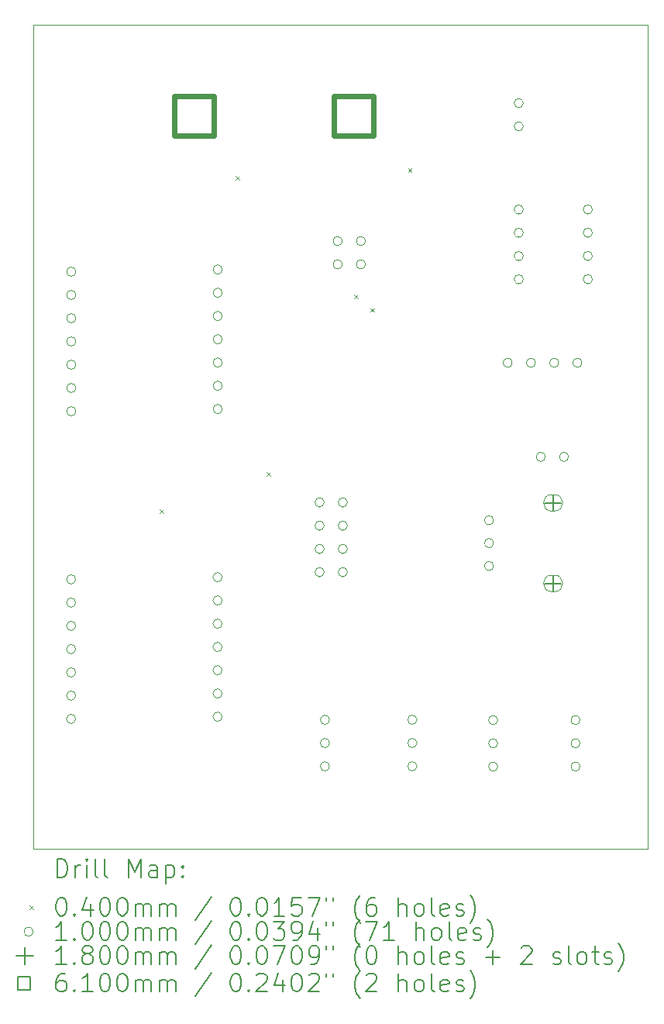
<source format=gbr>
%TF.GenerationSoftware,KiCad,Pcbnew,8.0.4-8.0.4-0~ubuntu22.04.1*%
%TF.CreationDate,2024-07-18T16:31:08+02:00*%
%TF.ProjectId,DevBoardESP32XIAO,44657642-6f61-4726-9445-535033325849,1.3*%
%TF.SameCoordinates,Original*%
%TF.FileFunction,Drillmap*%
%TF.FilePolarity,Positive*%
%FSLAX45Y45*%
G04 Gerber Fmt 4.5, Leading zero omitted, Abs format (unit mm)*
G04 Created by KiCad (PCBNEW 8.0.4-8.0.4-0~ubuntu22.04.1) date 2024-07-18 16:31:08*
%MOMM*%
%LPD*%
G01*
G04 APERTURE LIST*
%ADD10C,0.100000*%
%ADD11C,0.200000*%
%ADD12C,0.180000*%
%ADD13C,0.610000*%
G04 APERTURE END LIST*
D10*
X3531800Y-2036300D02*
X10246300Y-2036300D01*
X10246300Y-11036300D01*
X3531800Y-11036300D01*
X3531800Y-2036300D01*
D11*
D10*
X4911800Y-7331300D02*
X4951800Y-7371300D01*
X4951800Y-7331300D02*
X4911800Y-7371300D01*
X5741800Y-3691300D02*
X5781800Y-3731300D01*
X5781800Y-3691300D02*
X5741800Y-3731300D01*
X6076780Y-6927800D02*
X6116780Y-6967800D01*
X6116780Y-6927800D02*
X6076780Y-6967800D01*
X7036100Y-4984600D02*
X7076100Y-5024600D01*
X7076100Y-4984600D02*
X7036100Y-5024600D01*
X7214390Y-5136390D02*
X7254390Y-5176390D01*
X7254390Y-5136390D02*
X7214390Y-5176390D01*
X7624300Y-3608800D02*
X7664300Y-3648800D01*
X7664300Y-3608800D02*
X7624300Y-3648800D01*
X3991800Y-8097300D02*
G75*
G02*
X3891800Y-8097300I-50000J0D01*
G01*
X3891800Y-8097300D02*
G75*
G02*
X3991800Y-8097300I50000J0D01*
G01*
X3991800Y-8351300D02*
G75*
G02*
X3891800Y-8351300I-50000J0D01*
G01*
X3891800Y-8351300D02*
G75*
G02*
X3991800Y-8351300I50000J0D01*
G01*
X3991800Y-8605300D02*
G75*
G02*
X3891800Y-8605300I-50000J0D01*
G01*
X3891800Y-8605300D02*
G75*
G02*
X3991800Y-8605300I50000J0D01*
G01*
X3991800Y-8859300D02*
G75*
G02*
X3891800Y-8859300I-50000J0D01*
G01*
X3891800Y-8859300D02*
G75*
G02*
X3991800Y-8859300I50000J0D01*
G01*
X3991800Y-9113300D02*
G75*
G02*
X3891800Y-9113300I-50000J0D01*
G01*
X3891800Y-9113300D02*
G75*
G02*
X3991800Y-9113300I50000J0D01*
G01*
X3991800Y-9367300D02*
G75*
G02*
X3891800Y-9367300I-50000J0D01*
G01*
X3891800Y-9367300D02*
G75*
G02*
X3991800Y-9367300I50000J0D01*
G01*
X3991800Y-9621300D02*
G75*
G02*
X3891800Y-9621300I-50000J0D01*
G01*
X3891800Y-9621300D02*
G75*
G02*
X3991800Y-9621300I50000J0D01*
G01*
X3993600Y-4736600D02*
G75*
G02*
X3893600Y-4736600I-50000J0D01*
G01*
X3893600Y-4736600D02*
G75*
G02*
X3993600Y-4736600I50000J0D01*
G01*
X3993600Y-4990600D02*
G75*
G02*
X3893600Y-4990600I-50000J0D01*
G01*
X3893600Y-4990600D02*
G75*
G02*
X3993600Y-4990600I50000J0D01*
G01*
X3993600Y-5244600D02*
G75*
G02*
X3893600Y-5244600I-50000J0D01*
G01*
X3893600Y-5244600D02*
G75*
G02*
X3993600Y-5244600I50000J0D01*
G01*
X3993600Y-5498600D02*
G75*
G02*
X3893600Y-5498600I-50000J0D01*
G01*
X3893600Y-5498600D02*
G75*
G02*
X3993600Y-5498600I50000J0D01*
G01*
X3993600Y-5752600D02*
G75*
G02*
X3893600Y-5752600I-50000J0D01*
G01*
X3893600Y-5752600D02*
G75*
G02*
X3993600Y-5752600I50000J0D01*
G01*
X3993600Y-6006600D02*
G75*
G02*
X3893600Y-6006600I-50000J0D01*
G01*
X3893600Y-6006600D02*
G75*
G02*
X3993600Y-6006600I50000J0D01*
G01*
X3993600Y-6260600D02*
G75*
G02*
X3893600Y-6260600I-50000J0D01*
G01*
X3893600Y-6260600D02*
G75*
G02*
X3993600Y-6260600I50000J0D01*
G01*
X5591800Y-8073300D02*
G75*
G02*
X5491800Y-8073300I-50000J0D01*
G01*
X5491800Y-8073300D02*
G75*
G02*
X5591800Y-8073300I50000J0D01*
G01*
X5591800Y-8327300D02*
G75*
G02*
X5491800Y-8327300I-50000J0D01*
G01*
X5491800Y-8327300D02*
G75*
G02*
X5591800Y-8327300I50000J0D01*
G01*
X5591800Y-8581300D02*
G75*
G02*
X5491800Y-8581300I-50000J0D01*
G01*
X5491800Y-8581300D02*
G75*
G02*
X5591800Y-8581300I50000J0D01*
G01*
X5591800Y-8835300D02*
G75*
G02*
X5491800Y-8835300I-50000J0D01*
G01*
X5491800Y-8835300D02*
G75*
G02*
X5591800Y-8835300I50000J0D01*
G01*
X5591800Y-9089300D02*
G75*
G02*
X5491800Y-9089300I-50000J0D01*
G01*
X5491800Y-9089300D02*
G75*
G02*
X5591800Y-9089300I50000J0D01*
G01*
X5591800Y-9343300D02*
G75*
G02*
X5491800Y-9343300I-50000J0D01*
G01*
X5491800Y-9343300D02*
G75*
G02*
X5591800Y-9343300I50000J0D01*
G01*
X5591800Y-9597300D02*
G75*
G02*
X5491800Y-9597300I-50000J0D01*
G01*
X5491800Y-9597300D02*
G75*
G02*
X5591800Y-9597300I50000J0D01*
G01*
X5593600Y-4712600D02*
G75*
G02*
X5493600Y-4712600I-50000J0D01*
G01*
X5493600Y-4712600D02*
G75*
G02*
X5593600Y-4712600I50000J0D01*
G01*
X5593600Y-4966600D02*
G75*
G02*
X5493600Y-4966600I-50000J0D01*
G01*
X5493600Y-4966600D02*
G75*
G02*
X5593600Y-4966600I50000J0D01*
G01*
X5593600Y-5220600D02*
G75*
G02*
X5493600Y-5220600I-50000J0D01*
G01*
X5493600Y-5220600D02*
G75*
G02*
X5593600Y-5220600I50000J0D01*
G01*
X5593600Y-5474600D02*
G75*
G02*
X5493600Y-5474600I-50000J0D01*
G01*
X5493600Y-5474600D02*
G75*
G02*
X5593600Y-5474600I50000J0D01*
G01*
X5593600Y-5728600D02*
G75*
G02*
X5493600Y-5728600I-50000J0D01*
G01*
X5493600Y-5728600D02*
G75*
G02*
X5593600Y-5728600I50000J0D01*
G01*
X5593600Y-5982600D02*
G75*
G02*
X5493600Y-5982600I-50000J0D01*
G01*
X5493600Y-5982600D02*
G75*
G02*
X5593600Y-5982600I50000J0D01*
G01*
X5593600Y-6236600D02*
G75*
G02*
X5493600Y-6236600I-50000J0D01*
G01*
X5493600Y-6236600D02*
G75*
G02*
X5593600Y-6236600I50000J0D01*
G01*
X6707100Y-7256600D02*
G75*
G02*
X6607100Y-7256600I-50000J0D01*
G01*
X6607100Y-7256600D02*
G75*
G02*
X6707100Y-7256600I50000J0D01*
G01*
X6707100Y-7510600D02*
G75*
G02*
X6607100Y-7510600I-50000J0D01*
G01*
X6607100Y-7510600D02*
G75*
G02*
X6707100Y-7510600I50000J0D01*
G01*
X6707100Y-7764600D02*
G75*
G02*
X6607100Y-7764600I-50000J0D01*
G01*
X6607100Y-7764600D02*
G75*
G02*
X6707100Y-7764600I50000J0D01*
G01*
X6707100Y-8018600D02*
G75*
G02*
X6607100Y-8018600I-50000J0D01*
G01*
X6607100Y-8018600D02*
G75*
G02*
X6707100Y-8018600I50000J0D01*
G01*
X6766100Y-9630600D02*
G75*
G02*
X6666100Y-9630600I-50000J0D01*
G01*
X6666100Y-9630600D02*
G75*
G02*
X6766100Y-9630600I50000J0D01*
G01*
X6766100Y-9884600D02*
G75*
G02*
X6666100Y-9884600I-50000J0D01*
G01*
X6666100Y-9884600D02*
G75*
G02*
X6766100Y-9884600I50000J0D01*
G01*
X6766100Y-10138600D02*
G75*
G02*
X6666100Y-10138600I-50000J0D01*
G01*
X6666100Y-10138600D02*
G75*
G02*
X6766100Y-10138600I50000J0D01*
G01*
X6904600Y-4402100D02*
G75*
G02*
X6804600Y-4402100I-50000J0D01*
G01*
X6804600Y-4402100D02*
G75*
G02*
X6904600Y-4402100I50000J0D01*
G01*
X6904600Y-4656100D02*
G75*
G02*
X6804600Y-4656100I-50000J0D01*
G01*
X6804600Y-4656100D02*
G75*
G02*
X6904600Y-4656100I50000J0D01*
G01*
X6961100Y-7256600D02*
G75*
G02*
X6861100Y-7256600I-50000J0D01*
G01*
X6861100Y-7256600D02*
G75*
G02*
X6961100Y-7256600I50000J0D01*
G01*
X6961100Y-7510600D02*
G75*
G02*
X6861100Y-7510600I-50000J0D01*
G01*
X6861100Y-7510600D02*
G75*
G02*
X6961100Y-7510600I50000J0D01*
G01*
X6961100Y-7764600D02*
G75*
G02*
X6861100Y-7764600I-50000J0D01*
G01*
X6861100Y-7764600D02*
G75*
G02*
X6961100Y-7764600I50000J0D01*
G01*
X6961100Y-8018600D02*
G75*
G02*
X6861100Y-8018600I-50000J0D01*
G01*
X6861100Y-8018600D02*
G75*
G02*
X6961100Y-8018600I50000J0D01*
G01*
X7158600Y-4402100D02*
G75*
G02*
X7058600Y-4402100I-50000J0D01*
G01*
X7058600Y-4402100D02*
G75*
G02*
X7158600Y-4402100I50000J0D01*
G01*
X7158600Y-4656100D02*
G75*
G02*
X7058600Y-4656100I-50000J0D01*
G01*
X7058600Y-4656100D02*
G75*
G02*
X7158600Y-4656100I50000J0D01*
G01*
X7721100Y-9630600D02*
G75*
G02*
X7621100Y-9630600I-50000J0D01*
G01*
X7621100Y-9630600D02*
G75*
G02*
X7721100Y-9630600I50000J0D01*
G01*
X7721100Y-9884600D02*
G75*
G02*
X7621100Y-9884600I-50000J0D01*
G01*
X7621100Y-9884600D02*
G75*
G02*
X7721100Y-9884600I50000J0D01*
G01*
X7721100Y-10138600D02*
G75*
G02*
X7621100Y-10138600I-50000J0D01*
G01*
X7621100Y-10138600D02*
G75*
G02*
X7721100Y-10138600I50000J0D01*
G01*
X8558600Y-7451100D02*
G75*
G02*
X8458600Y-7451100I-50000J0D01*
G01*
X8458600Y-7451100D02*
G75*
G02*
X8558600Y-7451100I50000J0D01*
G01*
X8558600Y-7701100D02*
G75*
G02*
X8458600Y-7701100I-50000J0D01*
G01*
X8458600Y-7701100D02*
G75*
G02*
X8558600Y-7701100I50000J0D01*
G01*
X8558600Y-7951100D02*
G75*
G02*
X8458600Y-7951100I-50000J0D01*
G01*
X8458600Y-7951100D02*
G75*
G02*
X8558600Y-7951100I50000J0D01*
G01*
X8603600Y-9633600D02*
G75*
G02*
X8503600Y-9633600I-50000J0D01*
G01*
X8503600Y-9633600D02*
G75*
G02*
X8603600Y-9633600I50000J0D01*
G01*
X8603600Y-9887600D02*
G75*
G02*
X8503600Y-9887600I-50000J0D01*
G01*
X8503600Y-9887600D02*
G75*
G02*
X8603600Y-9887600I50000J0D01*
G01*
X8603600Y-10141600D02*
G75*
G02*
X8503600Y-10141600I-50000J0D01*
G01*
X8503600Y-10141600D02*
G75*
G02*
X8603600Y-10141600I50000J0D01*
G01*
X8762100Y-5731100D02*
G75*
G02*
X8662100Y-5731100I-50000J0D01*
G01*
X8662100Y-5731100D02*
G75*
G02*
X8762100Y-5731100I50000J0D01*
G01*
X8883600Y-2894600D02*
G75*
G02*
X8783600Y-2894600I-50000J0D01*
G01*
X8783600Y-2894600D02*
G75*
G02*
X8883600Y-2894600I50000J0D01*
G01*
X8883600Y-3148600D02*
G75*
G02*
X8783600Y-3148600I-50000J0D01*
G01*
X8783600Y-3148600D02*
G75*
G02*
X8883600Y-3148600I50000J0D01*
G01*
X8883600Y-4056600D02*
G75*
G02*
X8783600Y-4056600I-50000J0D01*
G01*
X8783600Y-4056600D02*
G75*
G02*
X8883600Y-4056600I50000J0D01*
G01*
X8883600Y-4310600D02*
G75*
G02*
X8783600Y-4310600I-50000J0D01*
G01*
X8783600Y-4310600D02*
G75*
G02*
X8883600Y-4310600I50000J0D01*
G01*
X8883600Y-4564600D02*
G75*
G02*
X8783600Y-4564600I-50000J0D01*
G01*
X8783600Y-4564600D02*
G75*
G02*
X8883600Y-4564600I50000J0D01*
G01*
X8883600Y-4818600D02*
G75*
G02*
X8783600Y-4818600I-50000J0D01*
G01*
X8783600Y-4818600D02*
G75*
G02*
X8883600Y-4818600I50000J0D01*
G01*
X9016100Y-5731100D02*
G75*
G02*
X8916100Y-5731100I-50000J0D01*
G01*
X8916100Y-5731100D02*
G75*
G02*
X9016100Y-5731100I50000J0D01*
G01*
X9123600Y-6758600D02*
G75*
G02*
X9023600Y-6758600I-50000J0D01*
G01*
X9023600Y-6758600D02*
G75*
G02*
X9123600Y-6758600I50000J0D01*
G01*
X9270100Y-5731100D02*
G75*
G02*
X9170100Y-5731100I-50000J0D01*
G01*
X9170100Y-5731100D02*
G75*
G02*
X9270100Y-5731100I50000J0D01*
G01*
X9377600Y-6758600D02*
G75*
G02*
X9277600Y-6758600I-50000J0D01*
G01*
X9277600Y-6758600D02*
G75*
G02*
X9377600Y-6758600I50000J0D01*
G01*
X9503600Y-9633600D02*
G75*
G02*
X9403600Y-9633600I-50000J0D01*
G01*
X9403600Y-9633600D02*
G75*
G02*
X9503600Y-9633600I50000J0D01*
G01*
X9503600Y-9887600D02*
G75*
G02*
X9403600Y-9887600I-50000J0D01*
G01*
X9403600Y-9887600D02*
G75*
G02*
X9503600Y-9887600I50000J0D01*
G01*
X9503600Y-10141600D02*
G75*
G02*
X9403600Y-10141600I-50000J0D01*
G01*
X9403600Y-10141600D02*
G75*
G02*
X9503600Y-10141600I50000J0D01*
G01*
X9524100Y-5731100D02*
G75*
G02*
X9424100Y-5731100I-50000J0D01*
G01*
X9424100Y-5731100D02*
G75*
G02*
X9524100Y-5731100I50000J0D01*
G01*
X9638600Y-4056600D02*
G75*
G02*
X9538600Y-4056600I-50000J0D01*
G01*
X9538600Y-4056600D02*
G75*
G02*
X9638600Y-4056600I50000J0D01*
G01*
X9638600Y-4310600D02*
G75*
G02*
X9538600Y-4310600I-50000J0D01*
G01*
X9538600Y-4310600D02*
G75*
G02*
X9638600Y-4310600I50000J0D01*
G01*
X9638600Y-4564600D02*
G75*
G02*
X9538600Y-4564600I-50000J0D01*
G01*
X9538600Y-4564600D02*
G75*
G02*
X9638600Y-4564600I50000J0D01*
G01*
X9638600Y-4818600D02*
G75*
G02*
X9538600Y-4818600I-50000J0D01*
G01*
X9538600Y-4818600D02*
G75*
G02*
X9638600Y-4818600I50000J0D01*
G01*
D12*
X9208600Y-7171100D02*
X9208600Y-7351100D01*
X9118600Y-7261100D02*
X9298600Y-7261100D01*
D10*
X9193600Y-7351100D02*
X9223600Y-7351100D01*
X9223600Y-7171100D02*
G75*
G02*
X9223600Y-7351100I0J-90000D01*
G01*
X9223600Y-7171100D02*
X9193600Y-7171100D01*
X9193600Y-7171100D02*
G75*
G03*
X9193600Y-7351100I0J-90000D01*
G01*
D12*
X9208600Y-8051100D02*
X9208600Y-8231100D01*
X9118600Y-8141100D02*
X9298600Y-8141100D01*
D10*
X9193600Y-8231100D02*
X9223600Y-8231100D01*
X9223600Y-8051100D02*
G75*
G02*
X9223600Y-8231100I0J-90000D01*
G01*
X9223600Y-8051100D02*
X9193600Y-8051100D01*
X9193600Y-8051100D02*
G75*
G03*
X9193600Y-8231100I0J-90000D01*
G01*
D13*
X5499270Y-3251770D02*
X5499270Y-2820430D01*
X5067930Y-2820430D01*
X5067930Y-3251770D01*
X5499270Y-3251770D01*
X7241770Y-3251770D02*
X7241770Y-2820430D01*
X6810430Y-2820430D01*
X6810430Y-3251770D01*
X7241770Y-3251770D01*
D11*
X3787577Y-11352784D02*
X3787577Y-11152784D01*
X3787577Y-11152784D02*
X3835196Y-11152784D01*
X3835196Y-11152784D02*
X3863767Y-11162308D01*
X3863767Y-11162308D02*
X3882815Y-11181355D01*
X3882815Y-11181355D02*
X3892339Y-11200403D01*
X3892339Y-11200403D02*
X3901862Y-11238498D01*
X3901862Y-11238498D02*
X3901862Y-11267069D01*
X3901862Y-11267069D02*
X3892339Y-11305165D01*
X3892339Y-11305165D02*
X3882815Y-11324212D01*
X3882815Y-11324212D02*
X3863767Y-11343260D01*
X3863767Y-11343260D02*
X3835196Y-11352784D01*
X3835196Y-11352784D02*
X3787577Y-11352784D01*
X3987577Y-11352784D02*
X3987577Y-11219450D01*
X3987577Y-11257546D02*
X3997101Y-11238498D01*
X3997101Y-11238498D02*
X4006624Y-11228974D01*
X4006624Y-11228974D02*
X4025672Y-11219450D01*
X4025672Y-11219450D02*
X4044720Y-11219450D01*
X4111386Y-11352784D02*
X4111386Y-11219450D01*
X4111386Y-11152784D02*
X4101862Y-11162308D01*
X4101862Y-11162308D02*
X4111386Y-11171831D01*
X4111386Y-11171831D02*
X4120910Y-11162308D01*
X4120910Y-11162308D02*
X4111386Y-11152784D01*
X4111386Y-11152784D02*
X4111386Y-11171831D01*
X4235196Y-11352784D02*
X4216148Y-11343260D01*
X4216148Y-11343260D02*
X4206624Y-11324212D01*
X4206624Y-11324212D02*
X4206624Y-11152784D01*
X4339958Y-11352784D02*
X4320910Y-11343260D01*
X4320910Y-11343260D02*
X4311386Y-11324212D01*
X4311386Y-11324212D02*
X4311386Y-11152784D01*
X4568529Y-11352784D02*
X4568529Y-11152784D01*
X4568529Y-11152784D02*
X4635196Y-11295641D01*
X4635196Y-11295641D02*
X4701863Y-11152784D01*
X4701863Y-11152784D02*
X4701863Y-11352784D01*
X4882815Y-11352784D02*
X4882815Y-11248022D01*
X4882815Y-11248022D02*
X4873291Y-11228974D01*
X4873291Y-11228974D02*
X4854244Y-11219450D01*
X4854244Y-11219450D02*
X4816148Y-11219450D01*
X4816148Y-11219450D02*
X4797101Y-11228974D01*
X4882815Y-11343260D02*
X4863767Y-11352784D01*
X4863767Y-11352784D02*
X4816148Y-11352784D01*
X4816148Y-11352784D02*
X4797101Y-11343260D01*
X4797101Y-11343260D02*
X4787577Y-11324212D01*
X4787577Y-11324212D02*
X4787577Y-11305165D01*
X4787577Y-11305165D02*
X4797101Y-11286117D01*
X4797101Y-11286117D02*
X4816148Y-11276593D01*
X4816148Y-11276593D02*
X4863767Y-11276593D01*
X4863767Y-11276593D02*
X4882815Y-11267069D01*
X4978053Y-11219450D02*
X4978053Y-11419450D01*
X4978053Y-11228974D02*
X4997101Y-11219450D01*
X4997101Y-11219450D02*
X5035196Y-11219450D01*
X5035196Y-11219450D02*
X5054244Y-11228974D01*
X5054244Y-11228974D02*
X5063767Y-11238498D01*
X5063767Y-11238498D02*
X5073291Y-11257546D01*
X5073291Y-11257546D02*
X5073291Y-11314688D01*
X5073291Y-11314688D02*
X5063767Y-11333736D01*
X5063767Y-11333736D02*
X5054244Y-11343260D01*
X5054244Y-11343260D02*
X5035196Y-11352784D01*
X5035196Y-11352784D02*
X4997101Y-11352784D01*
X4997101Y-11352784D02*
X4978053Y-11343260D01*
X5159005Y-11333736D02*
X5168529Y-11343260D01*
X5168529Y-11343260D02*
X5159005Y-11352784D01*
X5159005Y-11352784D02*
X5149482Y-11343260D01*
X5149482Y-11343260D02*
X5159005Y-11333736D01*
X5159005Y-11333736D02*
X5159005Y-11352784D01*
X5159005Y-11228974D02*
X5168529Y-11238498D01*
X5168529Y-11238498D02*
X5159005Y-11248022D01*
X5159005Y-11248022D02*
X5149482Y-11238498D01*
X5149482Y-11238498D02*
X5159005Y-11228974D01*
X5159005Y-11228974D02*
X5159005Y-11248022D01*
D10*
X3486800Y-11661300D02*
X3526800Y-11701300D01*
X3526800Y-11661300D02*
X3486800Y-11701300D01*
D11*
X3825672Y-11572784D02*
X3844720Y-11572784D01*
X3844720Y-11572784D02*
X3863767Y-11582308D01*
X3863767Y-11582308D02*
X3873291Y-11591831D01*
X3873291Y-11591831D02*
X3882815Y-11610879D01*
X3882815Y-11610879D02*
X3892339Y-11648974D01*
X3892339Y-11648974D02*
X3892339Y-11696593D01*
X3892339Y-11696593D02*
X3882815Y-11734688D01*
X3882815Y-11734688D02*
X3873291Y-11753736D01*
X3873291Y-11753736D02*
X3863767Y-11763260D01*
X3863767Y-11763260D02*
X3844720Y-11772784D01*
X3844720Y-11772784D02*
X3825672Y-11772784D01*
X3825672Y-11772784D02*
X3806624Y-11763260D01*
X3806624Y-11763260D02*
X3797101Y-11753736D01*
X3797101Y-11753736D02*
X3787577Y-11734688D01*
X3787577Y-11734688D02*
X3778053Y-11696593D01*
X3778053Y-11696593D02*
X3778053Y-11648974D01*
X3778053Y-11648974D02*
X3787577Y-11610879D01*
X3787577Y-11610879D02*
X3797101Y-11591831D01*
X3797101Y-11591831D02*
X3806624Y-11582308D01*
X3806624Y-11582308D02*
X3825672Y-11572784D01*
X3978053Y-11753736D02*
X3987577Y-11763260D01*
X3987577Y-11763260D02*
X3978053Y-11772784D01*
X3978053Y-11772784D02*
X3968529Y-11763260D01*
X3968529Y-11763260D02*
X3978053Y-11753736D01*
X3978053Y-11753736D02*
X3978053Y-11772784D01*
X4159005Y-11639450D02*
X4159005Y-11772784D01*
X4111386Y-11563260D02*
X4063767Y-11706117D01*
X4063767Y-11706117D02*
X4187577Y-11706117D01*
X4301863Y-11572784D02*
X4320910Y-11572784D01*
X4320910Y-11572784D02*
X4339958Y-11582308D01*
X4339958Y-11582308D02*
X4349482Y-11591831D01*
X4349482Y-11591831D02*
X4359005Y-11610879D01*
X4359005Y-11610879D02*
X4368529Y-11648974D01*
X4368529Y-11648974D02*
X4368529Y-11696593D01*
X4368529Y-11696593D02*
X4359005Y-11734688D01*
X4359005Y-11734688D02*
X4349482Y-11753736D01*
X4349482Y-11753736D02*
X4339958Y-11763260D01*
X4339958Y-11763260D02*
X4320910Y-11772784D01*
X4320910Y-11772784D02*
X4301863Y-11772784D01*
X4301863Y-11772784D02*
X4282815Y-11763260D01*
X4282815Y-11763260D02*
X4273291Y-11753736D01*
X4273291Y-11753736D02*
X4263767Y-11734688D01*
X4263767Y-11734688D02*
X4254244Y-11696593D01*
X4254244Y-11696593D02*
X4254244Y-11648974D01*
X4254244Y-11648974D02*
X4263767Y-11610879D01*
X4263767Y-11610879D02*
X4273291Y-11591831D01*
X4273291Y-11591831D02*
X4282815Y-11582308D01*
X4282815Y-11582308D02*
X4301863Y-11572784D01*
X4492339Y-11572784D02*
X4511386Y-11572784D01*
X4511386Y-11572784D02*
X4530434Y-11582308D01*
X4530434Y-11582308D02*
X4539958Y-11591831D01*
X4539958Y-11591831D02*
X4549482Y-11610879D01*
X4549482Y-11610879D02*
X4559005Y-11648974D01*
X4559005Y-11648974D02*
X4559005Y-11696593D01*
X4559005Y-11696593D02*
X4549482Y-11734688D01*
X4549482Y-11734688D02*
X4539958Y-11753736D01*
X4539958Y-11753736D02*
X4530434Y-11763260D01*
X4530434Y-11763260D02*
X4511386Y-11772784D01*
X4511386Y-11772784D02*
X4492339Y-11772784D01*
X4492339Y-11772784D02*
X4473291Y-11763260D01*
X4473291Y-11763260D02*
X4463767Y-11753736D01*
X4463767Y-11753736D02*
X4454244Y-11734688D01*
X4454244Y-11734688D02*
X4444720Y-11696593D01*
X4444720Y-11696593D02*
X4444720Y-11648974D01*
X4444720Y-11648974D02*
X4454244Y-11610879D01*
X4454244Y-11610879D02*
X4463767Y-11591831D01*
X4463767Y-11591831D02*
X4473291Y-11582308D01*
X4473291Y-11582308D02*
X4492339Y-11572784D01*
X4644720Y-11772784D02*
X4644720Y-11639450D01*
X4644720Y-11658498D02*
X4654244Y-11648974D01*
X4654244Y-11648974D02*
X4673291Y-11639450D01*
X4673291Y-11639450D02*
X4701863Y-11639450D01*
X4701863Y-11639450D02*
X4720910Y-11648974D01*
X4720910Y-11648974D02*
X4730434Y-11668022D01*
X4730434Y-11668022D02*
X4730434Y-11772784D01*
X4730434Y-11668022D02*
X4739958Y-11648974D01*
X4739958Y-11648974D02*
X4759005Y-11639450D01*
X4759005Y-11639450D02*
X4787577Y-11639450D01*
X4787577Y-11639450D02*
X4806625Y-11648974D01*
X4806625Y-11648974D02*
X4816148Y-11668022D01*
X4816148Y-11668022D02*
X4816148Y-11772784D01*
X4911386Y-11772784D02*
X4911386Y-11639450D01*
X4911386Y-11658498D02*
X4920910Y-11648974D01*
X4920910Y-11648974D02*
X4939958Y-11639450D01*
X4939958Y-11639450D02*
X4968529Y-11639450D01*
X4968529Y-11639450D02*
X4987577Y-11648974D01*
X4987577Y-11648974D02*
X4997101Y-11668022D01*
X4997101Y-11668022D02*
X4997101Y-11772784D01*
X4997101Y-11668022D02*
X5006625Y-11648974D01*
X5006625Y-11648974D02*
X5025672Y-11639450D01*
X5025672Y-11639450D02*
X5054244Y-11639450D01*
X5054244Y-11639450D02*
X5073291Y-11648974D01*
X5073291Y-11648974D02*
X5082815Y-11668022D01*
X5082815Y-11668022D02*
X5082815Y-11772784D01*
X5473291Y-11563260D02*
X5301863Y-11820403D01*
X5730434Y-11572784D02*
X5749482Y-11572784D01*
X5749482Y-11572784D02*
X5768529Y-11582308D01*
X5768529Y-11582308D02*
X5778053Y-11591831D01*
X5778053Y-11591831D02*
X5787577Y-11610879D01*
X5787577Y-11610879D02*
X5797101Y-11648974D01*
X5797101Y-11648974D02*
X5797101Y-11696593D01*
X5797101Y-11696593D02*
X5787577Y-11734688D01*
X5787577Y-11734688D02*
X5778053Y-11753736D01*
X5778053Y-11753736D02*
X5768529Y-11763260D01*
X5768529Y-11763260D02*
X5749482Y-11772784D01*
X5749482Y-11772784D02*
X5730434Y-11772784D01*
X5730434Y-11772784D02*
X5711386Y-11763260D01*
X5711386Y-11763260D02*
X5701863Y-11753736D01*
X5701863Y-11753736D02*
X5692339Y-11734688D01*
X5692339Y-11734688D02*
X5682815Y-11696593D01*
X5682815Y-11696593D02*
X5682815Y-11648974D01*
X5682815Y-11648974D02*
X5692339Y-11610879D01*
X5692339Y-11610879D02*
X5701863Y-11591831D01*
X5701863Y-11591831D02*
X5711386Y-11582308D01*
X5711386Y-11582308D02*
X5730434Y-11572784D01*
X5882815Y-11753736D02*
X5892339Y-11763260D01*
X5892339Y-11763260D02*
X5882815Y-11772784D01*
X5882815Y-11772784D02*
X5873291Y-11763260D01*
X5873291Y-11763260D02*
X5882815Y-11753736D01*
X5882815Y-11753736D02*
X5882815Y-11772784D01*
X6016148Y-11572784D02*
X6035196Y-11572784D01*
X6035196Y-11572784D02*
X6054244Y-11582308D01*
X6054244Y-11582308D02*
X6063767Y-11591831D01*
X6063767Y-11591831D02*
X6073291Y-11610879D01*
X6073291Y-11610879D02*
X6082815Y-11648974D01*
X6082815Y-11648974D02*
X6082815Y-11696593D01*
X6082815Y-11696593D02*
X6073291Y-11734688D01*
X6073291Y-11734688D02*
X6063767Y-11753736D01*
X6063767Y-11753736D02*
X6054244Y-11763260D01*
X6054244Y-11763260D02*
X6035196Y-11772784D01*
X6035196Y-11772784D02*
X6016148Y-11772784D01*
X6016148Y-11772784D02*
X5997101Y-11763260D01*
X5997101Y-11763260D02*
X5987577Y-11753736D01*
X5987577Y-11753736D02*
X5978053Y-11734688D01*
X5978053Y-11734688D02*
X5968529Y-11696593D01*
X5968529Y-11696593D02*
X5968529Y-11648974D01*
X5968529Y-11648974D02*
X5978053Y-11610879D01*
X5978053Y-11610879D02*
X5987577Y-11591831D01*
X5987577Y-11591831D02*
X5997101Y-11582308D01*
X5997101Y-11582308D02*
X6016148Y-11572784D01*
X6273291Y-11772784D02*
X6159006Y-11772784D01*
X6216148Y-11772784D02*
X6216148Y-11572784D01*
X6216148Y-11572784D02*
X6197101Y-11601355D01*
X6197101Y-11601355D02*
X6178053Y-11620403D01*
X6178053Y-11620403D02*
X6159006Y-11629927D01*
X6454244Y-11572784D02*
X6359006Y-11572784D01*
X6359006Y-11572784D02*
X6349482Y-11668022D01*
X6349482Y-11668022D02*
X6359006Y-11658498D01*
X6359006Y-11658498D02*
X6378053Y-11648974D01*
X6378053Y-11648974D02*
X6425672Y-11648974D01*
X6425672Y-11648974D02*
X6444720Y-11658498D01*
X6444720Y-11658498D02*
X6454244Y-11668022D01*
X6454244Y-11668022D02*
X6463767Y-11687069D01*
X6463767Y-11687069D02*
X6463767Y-11734688D01*
X6463767Y-11734688D02*
X6454244Y-11753736D01*
X6454244Y-11753736D02*
X6444720Y-11763260D01*
X6444720Y-11763260D02*
X6425672Y-11772784D01*
X6425672Y-11772784D02*
X6378053Y-11772784D01*
X6378053Y-11772784D02*
X6359006Y-11763260D01*
X6359006Y-11763260D02*
X6349482Y-11753736D01*
X6530434Y-11572784D02*
X6663767Y-11572784D01*
X6663767Y-11572784D02*
X6578053Y-11772784D01*
X6730434Y-11572784D02*
X6730434Y-11610879D01*
X6806625Y-11572784D02*
X6806625Y-11610879D01*
X7101863Y-11848974D02*
X7092339Y-11839450D01*
X7092339Y-11839450D02*
X7073291Y-11810879D01*
X7073291Y-11810879D02*
X7063768Y-11791831D01*
X7063768Y-11791831D02*
X7054244Y-11763260D01*
X7054244Y-11763260D02*
X7044720Y-11715641D01*
X7044720Y-11715641D02*
X7044720Y-11677546D01*
X7044720Y-11677546D02*
X7054244Y-11629927D01*
X7054244Y-11629927D02*
X7063768Y-11601355D01*
X7063768Y-11601355D02*
X7073291Y-11582308D01*
X7073291Y-11582308D02*
X7092339Y-11553736D01*
X7092339Y-11553736D02*
X7101863Y-11544212D01*
X7263768Y-11572784D02*
X7225672Y-11572784D01*
X7225672Y-11572784D02*
X7206625Y-11582308D01*
X7206625Y-11582308D02*
X7197101Y-11591831D01*
X7197101Y-11591831D02*
X7178053Y-11620403D01*
X7178053Y-11620403D02*
X7168529Y-11658498D01*
X7168529Y-11658498D02*
X7168529Y-11734688D01*
X7168529Y-11734688D02*
X7178053Y-11753736D01*
X7178053Y-11753736D02*
X7187577Y-11763260D01*
X7187577Y-11763260D02*
X7206625Y-11772784D01*
X7206625Y-11772784D02*
X7244720Y-11772784D01*
X7244720Y-11772784D02*
X7263768Y-11763260D01*
X7263768Y-11763260D02*
X7273291Y-11753736D01*
X7273291Y-11753736D02*
X7282815Y-11734688D01*
X7282815Y-11734688D02*
X7282815Y-11687069D01*
X7282815Y-11687069D02*
X7273291Y-11668022D01*
X7273291Y-11668022D02*
X7263768Y-11658498D01*
X7263768Y-11658498D02*
X7244720Y-11648974D01*
X7244720Y-11648974D02*
X7206625Y-11648974D01*
X7206625Y-11648974D02*
X7187577Y-11658498D01*
X7187577Y-11658498D02*
X7178053Y-11668022D01*
X7178053Y-11668022D02*
X7168529Y-11687069D01*
X7520910Y-11772784D02*
X7520910Y-11572784D01*
X7606625Y-11772784D02*
X7606625Y-11668022D01*
X7606625Y-11668022D02*
X7597101Y-11648974D01*
X7597101Y-11648974D02*
X7578053Y-11639450D01*
X7578053Y-11639450D02*
X7549482Y-11639450D01*
X7549482Y-11639450D02*
X7530434Y-11648974D01*
X7530434Y-11648974D02*
X7520910Y-11658498D01*
X7730434Y-11772784D02*
X7711387Y-11763260D01*
X7711387Y-11763260D02*
X7701863Y-11753736D01*
X7701863Y-11753736D02*
X7692339Y-11734688D01*
X7692339Y-11734688D02*
X7692339Y-11677546D01*
X7692339Y-11677546D02*
X7701863Y-11658498D01*
X7701863Y-11658498D02*
X7711387Y-11648974D01*
X7711387Y-11648974D02*
X7730434Y-11639450D01*
X7730434Y-11639450D02*
X7759006Y-11639450D01*
X7759006Y-11639450D02*
X7778053Y-11648974D01*
X7778053Y-11648974D02*
X7787577Y-11658498D01*
X7787577Y-11658498D02*
X7797101Y-11677546D01*
X7797101Y-11677546D02*
X7797101Y-11734688D01*
X7797101Y-11734688D02*
X7787577Y-11753736D01*
X7787577Y-11753736D02*
X7778053Y-11763260D01*
X7778053Y-11763260D02*
X7759006Y-11772784D01*
X7759006Y-11772784D02*
X7730434Y-11772784D01*
X7911387Y-11772784D02*
X7892339Y-11763260D01*
X7892339Y-11763260D02*
X7882815Y-11744212D01*
X7882815Y-11744212D02*
X7882815Y-11572784D01*
X8063768Y-11763260D02*
X8044720Y-11772784D01*
X8044720Y-11772784D02*
X8006625Y-11772784D01*
X8006625Y-11772784D02*
X7987577Y-11763260D01*
X7987577Y-11763260D02*
X7978053Y-11744212D01*
X7978053Y-11744212D02*
X7978053Y-11668022D01*
X7978053Y-11668022D02*
X7987577Y-11648974D01*
X7987577Y-11648974D02*
X8006625Y-11639450D01*
X8006625Y-11639450D02*
X8044720Y-11639450D01*
X8044720Y-11639450D02*
X8063768Y-11648974D01*
X8063768Y-11648974D02*
X8073291Y-11668022D01*
X8073291Y-11668022D02*
X8073291Y-11687069D01*
X8073291Y-11687069D02*
X7978053Y-11706117D01*
X8149482Y-11763260D02*
X8168530Y-11772784D01*
X8168530Y-11772784D02*
X8206625Y-11772784D01*
X8206625Y-11772784D02*
X8225672Y-11763260D01*
X8225672Y-11763260D02*
X8235196Y-11744212D01*
X8235196Y-11744212D02*
X8235196Y-11734688D01*
X8235196Y-11734688D02*
X8225672Y-11715641D01*
X8225672Y-11715641D02*
X8206625Y-11706117D01*
X8206625Y-11706117D02*
X8178053Y-11706117D01*
X8178053Y-11706117D02*
X8159006Y-11696593D01*
X8159006Y-11696593D02*
X8149482Y-11677546D01*
X8149482Y-11677546D02*
X8149482Y-11668022D01*
X8149482Y-11668022D02*
X8159006Y-11648974D01*
X8159006Y-11648974D02*
X8178053Y-11639450D01*
X8178053Y-11639450D02*
X8206625Y-11639450D01*
X8206625Y-11639450D02*
X8225672Y-11648974D01*
X8301863Y-11848974D02*
X8311387Y-11839450D01*
X8311387Y-11839450D02*
X8330434Y-11810879D01*
X8330434Y-11810879D02*
X8339958Y-11791831D01*
X8339958Y-11791831D02*
X8349482Y-11763260D01*
X8349482Y-11763260D02*
X8359006Y-11715641D01*
X8359006Y-11715641D02*
X8359006Y-11677546D01*
X8359006Y-11677546D02*
X8349482Y-11629927D01*
X8349482Y-11629927D02*
X8339958Y-11601355D01*
X8339958Y-11601355D02*
X8330434Y-11582308D01*
X8330434Y-11582308D02*
X8311387Y-11553736D01*
X8311387Y-11553736D02*
X8301863Y-11544212D01*
D10*
X3526800Y-11945300D02*
G75*
G02*
X3426800Y-11945300I-50000J0D01*
G01*
X3426800Y-11945300D02*
G75*
G02*
X3526800Y-11945300I50000J0D01*
G01*
D11*
X3892339Y-12036784D02*
X3778053Y-12036784D01*
X3835196Y-12036784D02*
X3835196Y-11836784D01*
X3835196Y-11836784D02*
X3816148Y-11865355D01*
X3816148Y-11865355D02*
X3797101Y-11884403D01*
X3797101Y-11884403D02*
X3778053Y-11893927D01*
X3978053Y-12017736D02*
X3987577Y-12027260D01*
X3987577Y-12027260D02*
X3978053Y-12036784D01*
X3978053Y-12036784D02*
X3968529Y-12027260D01*
X3968529Y-12027260D02*
X3978053Y-12017736D01*
X3978053Y-12017736D02*
X3978053Y-12036784D01*
X4111386Y-11836784D02*
X4130434Y-11836784D01*
X4130434Y-11836784D02*
X4149482Y-11846308D01*
X4149482Y-11846308D02*
X4159005Y-11855831D01*
X4159005Y-11855831D02*
X4168529Y-11874879D01*
X4168529Y-11874879D02*
X4178053Y-11912974D01*
X4178053Y-11912974D02*
X4178053Y-11960593D01*
X4178053Y-11960593D02*
X4168529Y-11998688D01*
X4168529Y-11998688D02*
X4159005Y-12017736D01*
X4159005Y-12017736D02*
X4149482Y-12027260D01*
X4149482Y-12027260D02*
X4130434Y-12036784D01*
X4130434Y-12036784D02*
X4111386Y-12036784D01*
X4111386Y-12036784D02*
X4092339Y-12027260D01*
X4092339Y-12027260D02*
X4082815Y-12017736D01*
X4082815Y-12017736D02*
X4073291Y-11998688D01*
X4073291Y-11998688D02*
X4063767Y-11960593D01*
X4063767Y-11960593D02*
X4063767Y-11912974D01*
X4063767Y-11912974D02*
X4073291Y-11874879D01*
X4073291Y-11874879D02*
X4082815Y-11855831D01*
X4082815Y-11855831D02*
X4092339Y-11846308D01*
X4092339Y-11846308D02*
X4111386Y-11836784D01*
X4301863Y-11836784D02*
X4320910Y-11836784D01*
X4320910Y-11836784D02*
X4339958Y-11846308D01*
X4339958Y-11846308D02*
X4349482Y-11855831D01*
X4349482Y-11855831D02*
X4359005Y-11874879D01*
X4359005Y-11874879D02*
X4368529Y-11912974D01*
X4368529Y-11912974D02*
X4368529Y-11960593D01*
X4368529Y-11960593D02*
X4359005Y-11998688D01*
X4359005Y-11998688D02*
X4349482Y-12017736D01*
X4349482Y-12017736D02*
X4339958Y-12027260D01*
X4339958Y-12027260D02*
X4320910Y-12036784D01*
X4320910Y-12036784D02*
X4301863Y-12036784D01*
X4301863Y-12036784D02*
X4282815Y-12027260D01*
X4282815Y-12027260D02*
X4273291Y-12017736D01*
X4273291Y-12017736D02*
X4263767Y-11998688D01*
X4263767Y-11998688D02*
X4254244Y-11960593D01*
X4254244Y-11960593D02*
X4254244Y-11912974D01*
X4254244Y-11912974D02*
X4263767Y-11874879D01*
X4263767Y-11874879D02*
X4273291Y-11855831D01*
X4273291Y-11855831D02*
X4282815Y-11846308D01*
X4282815Y-11846308D02*
X4301863Y-11836784D01*
X4492339Y-11836784D02*
X4511386Y-11836784D01*
X4511386Y-11836784D02*
X4530434Y-11846308D01*
X4530434Y-11846308D02*
X4539958Y-11855831D01*
X4539958Y-11855831D02*
X4549482Y-11874879D01*
X4549482Y-11874879D02*
X4559005Y-11912974D01*
X4559005Y-11912974D02*
X4559005Y-11960593D01*
X4559005Y-11960593D02*
X4549482Y-11998688D01*
X4549482Y-11998688D02*
X4539958Y-12017736D01*
X4539958Y-12017736D02*
X4530434Y-12027260D01*
X4530434Y-12027260D02*
X4511386Y-12036784D01*
X4511386Y-12036784D02*
X4492339Y-12036784D01*
X4492339Y-12036784D02*
X4473291Y-12027260D01*
X4473291Y-12027260D02*
X4463767Y-12017736D01*
X4463767Y-12017736D02*
X4454244Y-11998688D01*
X4454244Y-11998688D02*
X4444720Y-11960593D01*
X4444720Y-11960593D02*
X4444720Y-11912974D01*
X4444720Y-11912974D02*
X4454244Y-11874879D01*
X4454244Y-11874879D02*
X4463767Y-11855831D01*
X4463767Y-11855831D02*
X4473291Y-11846308D01*
X4473291Y-11846308D02*
X4492339Y-11836784D01*
X4644720Y-12036784D02*
X4644720Y-11903450D01*
X4644720Y-11922498D02*
X4654244Y-11912974D01*
X4654244Y-11912974D02*
X4673291Y-11903450D01*
X4673291Y-11903450D02*
X4701863Y-11903450D01*
X4701863Y-11903450D02*
X4720910Y-11912974D01*
X4720910Y-11912974D02*
X4730434Y-11932022D01*
X4730434Y-11932022D02*
X4730434Y-12036784D01*
X4730434Y-11932022D02*
X4739958Y-11912974D01*
X4739958Y-11912974D02*
X4759005Y-11903450D01*
X4759005Y-11903450D02*
X4787577Y-11903450D01*
X4787577Y-11903450D02*
X4806625Y-11912974D01*
X4806625Y-11912974D02*
X4816148Y-11932022D01*
X4816148Y-11932022D02*
X4816148Y-12036784D01*
X4911386Y-12036784D02*
X4911386Y-11903450D01*
X4911386Y-11922498D02*
X4920910Y-11912974D01*
X4920910Y-11912974D02*
X4939958Y-11903450D01*
X4939958Y-11903450D02*
X4968529Y-11903450D01*
X4968529Y-11903450D02*
X4987577Y-11912974D01*
X4987577Y-11912974D02*
X4997101Y-11932022D01*
X4997101Y-11932022D02*
X4997101Y-12036784D01*
X4997101Y-11932022D02*
X5006625Y-11912974D01*
X5006625Y-11912974D02*
X5025672Y-11903450D01*
X5025672Y-11903450D02*
X5054244Y-11903450D01*
X5054244Y-11903450D02*
X5073291Y-11912974D01*
X5073291Y-11912974D02*
X5082815Y-11932022D01*
X5082815Y-11932022D02*
X5082815Y-12036784D01*
X5473291Y-11827260D02*
X5301863Y-12084403D01*
X5730434Y-11836784D02*
X5749482Y-11836784D01*
X5749482Y-11836784D02*
X5768529Y-11846308D01*
X5768529Y-11846308D02*
X5778053Y-11855831D01*
X5778053Y-11855831D02*
X5787577Y-11874879D01*
X5787577Y-11874879D02*
X5797101Y-11912974D01*
X5797101Y-11912974D02*
X5797101Y-11960593D01*
X5797101Y-11960593D02*
X5787577Y-11998688D01*
X5787577Y-11998688D02*
X5778053Y-12017736D01*
X5778053Y-12017736D02*
X5768529Y-12027260D01*
X5768529Y-12027260D02*
X5749482Y-12036784D01*
X5749482Y-12036784D02*
X5730434Y-12036784D01*
X5730434Y-12036784D02*
X5711386Y-12027260D01*
X5711386Y-12027260D02*
X5701863Y-12017736D01*
X5701863Y-12017736D02*
X5692339Y-11998688D01*
X5692339Y-11998688D02*
X5682815Y-11960593D01*
X5682815Y-11960593D02*
X5682815Y-11912974D01*
X5682815Y-11912974D02*
X5692339Y-11874879D01*
X5692339Y-11874879D02*
X5701863Y-11855831D01*
X5701863Y-11855831D02*
X5711386Y-11846308D01*
X5711386Y-11846308D02*
X5730434Y-11836784D01*
X5882815Y-12017736D02*
X5892339Y-12027260D01*
X5892339Y-12027260D02*
X5882815Y-12036784D01*
X5882815Y-12036784D02*
X5873291Y-12027260D01*
X5873291Y-12027260D02*
X5882815Y-12017736D01*
X5882815Y-12017736D02*
X5882815Y-12036784D01*
X6016148Y-11836784D02*
X6035196Y-11836784D01*
X6035196Y-11836784D02*
X6054244Y-11846308D01*
X6054244Y-11846308D02*
X6063767Y-11855831D01*
X6063767Y-11855831D02*
X6073291Y-11874879D01*
X6073291Y-11874879D02*
X6082815Y-11912974D01*
X6082815Y-11912974D02*
X6082815Y-11960593D01*
X6082815Y-11960593D02*
X6073291Y-11998688D01*
X6073291Y-11998688D02*
X6063767Y-12017736D01*
X6063767Y-12017736D02*
X6054244Y-12027260D01*
X6054244Y-12027260D02*
X6035196Y-12036784D01*
X6035196Y-12036784D02*
X6016148Y-12036784D01*
X6016148Y-12036784D02*
X5997101Y-12027260D01*
X5997101Y-12027260D02*
X5987577Y-12017736D01*
X5987577Y-12017736D02*
X5978053Y-11998688D01*
X5978053Y-11998688D02*
X5968529Y-11960593D01*
X5968529Y-11960593D02*
X5968529Y-11912974D01*
X5968529Y-11912974D02*
X5978053Y-11874879D01*
X5978053Y-11874879D02*
X5987577Y-11855831D01*
X5987577Y-11855831D02*
X5997101Y-11846308D01*
X5997101Y-11846308D02*
X6016148Y-11836784D01*
X6149482Y-11836784D02*
X6273291Y-11836784D01*
X6273291Y-11836784D02*
X6206625Y-11912974D01*
X6206625Y-11912974D02*
X6235196Y-11912974D01*
X6235196Y-11912974D02*
X6254244Y-11922498D01*
X6254244Y-11922498D02*
X6263767Y-11932022D01*
X6263767Y-11932022D02*
X6273291Y-11951069D01*
X6273291Y-11951069D02*
X6273291Y-11998688D01*
X6273291Y-11998688D02*
X6263767Y-12017736D01*
X6263767Y-12017736D02*
X6254244Y-12027260D01*
X6254244Y-12027260D02*
X6235196Y-12036784D01*
X6235196Y-12036784D02*
X6178053Y-12036784D01*
X6178053Y-12036784D02*
X6159006Y-12027260D01*
X6159006Y-12027260D02*
X6149482Y-12017736D01*
X6368529Y-12036784D02*
X6406625Y-12036784D01*
X6406625Y-12036784D02*
X6425672Y-12027260D01*
X6425672Y-12027260D02*
X6435196Y-12017736D01*
X6435196Y-12017736D02*
X6454244Y-11989165D01*
X6454244Y-11989165D02*
X6463767Y-11951069D01*
X6463767Y-11951069D02*
X6463767Y-11874879D01*
X6463767Y-11874879D02*
X6454244Y-11855831D01*
X6454244Y-11855831D02*
X6444720Y-11846308D01*
X6444720Y-11846308D02*
X6425672Y-11836784D01*
X6425672Y-11836784D02*
X6387577Y-11836784D01*
X6387577Y-11836784D02*
X6368529Y-11846308D01*
X6368529Y-11846308D02*
X6359006Y-11855831D01*
X6359006Y-11855831D02*
X6349482Y-11874879D01*
X6349482Y-11874879D02*
X6349482Y-11922498D01*
X6349482Y-11922498D02*
X6359006Y-11941546D01*
X6359006Y-11941546D02*
X6368529Y-11951069D01*
X6368529Y-11951069D02*
X6387577Y-11960593D01*
X6387577Y-11960593D02*
X6425672Y-11960593D01*
X6425672Y-11960593D02*
X6444720Y-11951069D01*
X6444720Y-11951069D02*
X6454244Y-11941546D01*
X6454244Y-11941546D02*
X6463767Y-11922498D01*
X6635196Y-11903450D02*
X6635196Y-12036784D01*
X6587577Y-11827260D02*
X6539958Y-11970117D01*
X6539958Y-11970117D02*
X6663767Y-11970117D01*
X6730434Y-11836784D02*
X6730434Y-11874879D01*
X6806625Y-11836784D02*
X6806625Y-11874879D01*
X7101863Y-12112974D02*
X7092339Y-12103450D01*
X7092339Y-12103450D02*
X7073291Y-12074879D01*
X7073291Y-12074879D02*
X7063768Y-12055831D01*
X7063768Y-12055831D02*
X7054244Y-12027260D01*
X7054244Y-12027260D02*
X7044720Y-11979641D01*
X7044720Y-11979641D02*
X7044720Y-11941546D01*
X7044720Y-11941546D02*
X7054244Y-11893927D01*
X7054244Y-11893927D02*
X7063768Y-11865355D01*
X7063768Y-11865355D02*
X7073291Y-11846308D01*
X7073291Y-11846308D02*
X7092339Y-11817736D01*
X7092339Y-11817736D02*
X7101863Y-11808212D01*
X7159006Y-11836784D02*
X7292339Y-11836784D01*
X7292339Y-11836784D02*
X7206625Y-12036784D01*
X7473291Y-12036784D02*
X7359006Y-12036784D01*
X7416148Y-12036784D02*
X7416148Y-11836784D01*
X7416148Y-11836784D02*
X7397101Y-11865355D01*
X7397101Y-11865355D02*
X7378053Y-11884403D01*
X7378053Y-11884403D02*
X7359006Y-11893927D01*
X7711387Y-12036784D02*
X7711387Y-11836784D01*
X7797101Y-12036784D02*
X7797101Y-11932022D01*
X7797101Y-11932022D02*
X7787577Y-11912974D01*
X7787577Y-11912974D02*
X7768530Y-11903450D01*
X7768530Y-11903450D02*
X7739958Y-11903450D01*
X7739958Y-11903450D02*
X7720910Y-11912974D01*
X7720910Y-11912974D02*
X7711387Y-11922498D01*
X7920910Y-12036784D02*
X7901863Y-12027260D01*
X7901863Y-12027260D02*
X7892339Y-12017736D01*
X7892339Y-12017736D02*
X7882815Y-11998688D01*
X7882815Y-11998688D02*
X7882815Y-11941546D01*
X7882815Y-11941546D02*
X7892339Y-11922498D01*
X7892339Y-11922498D02*
X7901863Y-11912974D01*
X7901863Y-11912974D02*
X7920910Y-11903450D01*
X7920910Y-11903450D02*
X7949482Y-11903450D01*
X7949482Y-11903450D02*
X7968530Y-11912974D01*
X7968530Y-11912974D02*
X7978053Y-11922498D01*
X7978053Y-11922498D02*
X7987577Y-11941546D01*
X7987577Y-11941546D02*
X7987577Y-11998688D01*
X7987577Y-11998688D02*
X7978053Y-12017736D01*
X7978053Y-12017736D02*
X7968530Y-12027260D01*
X7968530Y-12027260D02*
X7949482Y-12036784D01*
X7949482Y-12036784D02*
X7920910Y-12036784D01*
X8101863Y-12036784D02*
X8082815Y-12027260D01*
X8082815Y-12027260D02*
X8073291Y-12008212D01*
X8073291Y-12008212D02*
X8073291Y-11836784D01*
X8254244Y-12027260D02*
X8235196Y-12036784D01*
X8235196Y-12036784D02*
X8197101Y-12036784D01*
X8197101Y-12036784D02*
X8178053Y-12027260D01*
X8178053Y-12027260D02*
X8168530Y-12008212D01*
X8168530Y-12008212D02*
X8168530Y-11932022D01*
X8168530Y-11932022D02*
X8178053Y-11912974D01*
X8178053Y-11912974D02*
X8197101Y-11903450D01*
X8197101Y-11903450D02*
X8235196Y-11903450D01*
X8235196Y-11903450D02*
X8254244Y-11912974D01*
X8254244Y-11912974D02*
X8263768Y-11932022D01*
X8263768Y-11932022D02*
X8263768Y-11951069D01*
X8263768Y-11951069D02*
X8168530Y-11970117D01*
X8339958Y-12027260D02*
X8359006Y-12036784D01*
X8359006Y-12036784D02*
X8397101Y-12036784D01*
X8397101Y-12036784D02*
X8416149Y-12027260D01*
X8416149Y-12027260D02*
X8425673Y-12008212D01*
X8425673Y-12008212D02*
X8425673Y-11998688D01*
X8425673Y-11998688D02*
X8416149Y-11979641D01*
X8416149Y-11979641D02*
X8397101Y-11970117D01*
X8397101Y-11970117D02*
X8368530Y-11970117D01*
X8368530Y-11970117D02*
X8349482Y-11960593D01*
X8349482Y-11960593D02*
X8339958Y-11941546D01*
X8339958Y-11941546D02*
X8339958Y-11932022D01*
X8339958Y-11932022D02*
X8349482Y-11912974D01*
X8349482Y-11912974D02*
X8368530Y-11903450D01*
X8368530Y-11903450D02*
X8397101Y-11903450D01*
X8397101Y-11903450D02*
X8416149Y-11912974D01*
X8492339Y-12112974D02*
X8501863Y-12103450D01*
X8501863Y-12103450D02*
X8520911Y-12074879D01*
X8520911Y-12074879D02*
X8530434Y-12055831D01*
X8530434Y-12055831D02*
X8539958Y-12027260D01*
X8539958Y-12027260D02*
X8549482Y-11979641D01*
X8549482Y-11979641D02*
X8549482Y-11941546D01*
X8549482Y-11941546D02*
X8539958Y-11893927D01*
X8539958Y-11893927D02*
X8530434Y-11865355D01*
X8530434Y-11865355D02*
X8520911Y-11846308D01*
X8520911Y-11846308D02*
X8501863Y-11817736D01*
X8501863Y-11817736D02*
X8492339Y-11808212D01*
D12*
X3436800Y-12119300D02*
X3436800Y-12299300D01*
X3346800Y-12209300D02*
X3526800Y-12209300D01*
D11*
X3892339Y-12300784D02*
X3778053Y-12300784D01*
X3835196Y-12300784D02*
X3835196Y-12100784D01*
X3835196Y-12100784D02*
X3816148Y-12129355D01*
X3816148Y-12129355D02*
X3797101Y-12148403D01*
X3797101Y-12148403D02*
X3778053Y-12157927D01*
X3978053Y-12281736D02*
X3987577Y-12291260D01*
X3987577Y-12291260D02*
X3978053Y-12300784D01*
X3978053Y-12300784D02*
X3968529Y-12291260D01*
X3968529Y-12291260D02*
X3978053Y-12281736D01*
X3978053Y-12281736D02*
X3978053Y-12300784D01*
X4101862Y-12186498D02*
X4082815Y-12176974D01*
X4082815Y-12176974D02*
X4073291Y-12167450D01*
X4073291Y-12167450D02*
X4063767Y-12148403D01*
X4063767Y-12148403D02*
X4063767Y-12138879D01*
X4063767Y-12138879D02*
X4073291Y-12119831D01*
X4073291Y-12119831D02*
X4082815Y-12110308D01*
X4082815Y-12110308D02*
X4101862Y-12100784D01*
X4101862Y-12100784D02*
X4139958Y-12100784D01*
X4139958Y-12100784D02*
X4159005Y-12110308D01*
X4159005Y-12110308D02*
X4168529Y-12119831D01*
X4168529Y-12119831D02*
X4178053Y-12138879D01*
X4178053Y-12138879D02*
X4178053Y-12148403D01*
X4178053Y-12148403D02*
X4168529Y-12167450D01*
X4168529Y-12167450D02*
X4159005Y-12176974D01*
X4159005Y-12176974D02*
X4139958Y-12186498D01*
X4139958Y-12186498D02*
X4101862Y-12186498D01*
X4101862Y-12186498D02*
X4082815Y-12196022D01*
X4082815Y-12196022D02*
X4073291Y-12205546D01*
X4073291Y-12205546D02*
X4063767Y-12224593D01*
X4063767Y-12224593D02*
X4063767Y-12262688D01*
X4063767Y-12262688D02*
X4073291Y-12281736D01*
X4073291Y-12281736D02*
X4082815Y-12291260D01*
X4082815Y-12291260D02*
X4101862Y-12300784D01*
X4101862Y-12300784D02*
X4139958Y-12300784D01*
X4139958Y-12300784D02*
X4159005Y-12291260D01*
X4159005Y-12291260D02*
X4168529Y-12281736D01*
X4168529Y-12281736D02*
X4178053Y-12262688D01*
X4178053Y-12262688D02*
X4178053Y-12224593D01*
X4178053Y-12224593D02*
X4168529Y-12205546D01*
X4168529Y-12205546D02*
X4159005Y-12196022D01*
X4159005Y-12196022D02*
X4139958Y-12186498D01*
X4301863Y-12100784D02*
X4320910Y-12100784D01*
X4320910Y-12100784D02*
X4339958Y-12110308D01*
X4339958Y-12110308D02*
X4349482Y-12119831D01*
X4349482Y-12119831D02*
X4359005Y-12138879D01*
X4359005Y-12138879D02*
X4368529Y-12176974D01*
X4368529Y-12176974D02*
X4368529Y-12224593D01*
X4368529Y-12224593D02*
X4359005Y-12262688D01*
X4359005Y-12262688D02*
X4349482Y-12281736D01*
X4349482Y-12281736D02*
X4339958Y-12291260D01*
X4339958Y-12291260D02*
X4320910Y-12300784D01*
X4320910Y-12300784D02*
X4301863Y-12300784D01*
X4301863Y-12300784D02*
X4282815Y-12291260D01*
X4282815Y-12291260D02*
X4273291Y-12281736D01*
X4273291Y-12281736D02*
X4263767Y-12262688D01*
X4263767Y-12262688D02*
X4254244Y-12224593D01*
X4254244Y-12224593D02*
X4254244Y-12176974D01*
X4254244Y-12176974D02*
X4263767Y-12138879D01*
X4263767Y-12138879D02*
X4273291Y-12119831D01*
X4273291Y-12119831D02*
X4282815Y-12110308D01*
X4282815Y-12110308D02*
X4301863Y-12100784D01*
X4492339Y-12100784D02*
X4511386Y-12100784D01*
X4511386Y-12100784D02*
X4530434Y-12110308D01*
X4530434Y-12110308D02*
X4539958Y-12119831D01*
X4539958Y-12119831D02*
X4549482Y-12138879D01*
X4549482Y-12138879D02*
X4559005Y-12176974D01*
X4559005Y-12176974D02*
X4559005Y-12224593D01*
X4559005Y-12224593D02*
X4549482Y-12262688D01*
X4549482Y-12262688D02*
X4539958Y-12281736D01*
X4539958Y-12281736D02*
X4530434Y-12291260D01*
X4530434Y-12291260D02*
X4511386Y-12300784D01*
X4511386Y-12300784D02*
X4492339Y-12300784D01*
X4492339Y-12300784D02*
X4473291Y-12291260D01*
X4473291Y-12291260D02*
X4463767Y-12281736D01*
X4463767Y-12281736D02*
X4454244Y-12262688D01*
X4454244Y-12262688D02*
X4444720Y-12224593D01*
X4444720Y-12224593D02*
X4444720Y-12176974D01*
X4444720Y-12176974D02*
X4454244Y-12138879D01*
X4454244Y-12138879D02*
X4463767Y-12119831D01*
X4463767Y-12119831D02*
X4473291Y-12110308D01*
X4473291Y-12110308D02*
X4492339Y-12100784D01*
X4644720Y-12300784D02*
X4644720Y-12167450D01*
X4644720Y-12186498D02*
X4654244Y-12176974D01*
X4654244Y-12176974D02*
X4673291Y-12167450D01*
X4673291Y-12167450D02*
X4701863Y-12167450D01*
X4701863Y-12167450D02*
X4720910Y-12176974D01*
X4720910Y-12176974D02*
X4730434Y-12196022D01*
X4730434Y-12196022D02*
X4730434Y-12300784D01*
X4730434Y-12196022D02*
X4739958Y-12176974D01*
X4739958Y-12176974D02*
X4759005Y-12167450D01*
X4759005Y-12167450D02*
X4787577Y-12167450D01*
X4787577Y-12167450D02*
X4806625Y-12176974D01*
X4806625Y-12176974D02*
X4816148Y-12196022D01*
X4816148Y-12196022D02*
X4816148Y-12300784D01*
X4911386Y-12300784D02*
X4911386Y-12167450D01*
X4911386Y-12186498D02*
X4920910Y-12176974D01*
X4920910Y-12176974D02*
X4939958Y-12167450D01*
X4939958Y-12167450D02*
X4968529Y-12167450D01*
X4968529Y-12167450D02*
X4987577Y-12176974D01*
X4987577Y-12176974D02*
X4997101Y-12196022D01*
X4997101Y-12196022D02*
X4997101Y-12300784D01*
X4997101Y-12196022D02*
X5006625Y-12176974D01*
X5006625Y-12176974D02*
X5025672Y-12167450D01*
X5025672Y-12167450D02*
X5054244Y-12167450D01*
X5054244Y-12167450D02*
X5073291Y-12176974D01*
X5073291Y-12176974D02*
X5082815Y-12196022D01*
X5082815Y-12196022D02*
X5082815Y-12300784D01*
X5473291Y-12091260D02*
X5301863Y-12348403D01*
X5730434Y-12100784D02*
X5749482Y-12100784D01*
X5749482Y-12100784D02*
X5768529Y-12110308D01*
X5768529Y-12110308D02*
X5778053Y-12119831D01*
X5778053Y-12119831D02*
X5787577Y-12138879D01*
X5787577Y-12138879D02*
X5797101Y-12176974D01*
X5797101Y-12176974D02*
X5797101Y-12224593D01*
X5797101Y-12224593D02*
X5787577Y-12262688D01*
X5787577Y-12262688D02*
X5778053Y-12281736D01*
X5778053Y-12281736D02*
X5768529Y-12291260D01*
X5768529Y-12291260D02*
X5749482Y-12300784D01*
X5749482Y-12300784D02*
X5730434Y-12300784D01*
X5730434Y-12300784D02*
X5711386Y-12291260D01*
X5711386Y-12291260D02*
X5701863Y-12281736D01*
X5701863Y-12281736D02*
X5692339Y-12262688D01*
X5692339Y-12262688D02*
X5682815Y-12224593D01*
X5682815Y-12224593D02*
X5682815Y-12176974D01*
X5682815Y-12176974D02*
X5692339Y-12138879D01*
X5692339Y-12138879D02*
X5701863Y-12119831D01*
X5701863Y-12119831D02*
X5711386Y-12110308D01*
X5711386Y-12110308D02*
X5730434Y-12100784D01*
X5882815Y-12281736D02*
X5892339Y-12291260D01*
X5892339Y-12291260D02*
X5882815Y-12300784D01*
X5882815Y-12300784D02*
X5873291Y-12291260D01*
X5873291Y-12291260D02*
X5882815Y-12281736D01*
X5882815Y-12281736D02*
X5882815Y-12300784D01*
X6016148Y-12100784D02*
X6035196Y-12100784D01*
X6035196Y-12100784D02*
X6054244Y-12110308D01*
X6054244Y-12110308D02*
X6063767Y-12119831D01*
X6063767Y-12119831D02*
X6073291Y-12138879D01*
X6073291Y-12138879D02*
X6082815Y-12176974D01*
X6082815Y-12176974D02*
X6082815Y-12224593D01*
X6082815Y-12224593D02*
X6073291Y-12262688D01*
X6073291Y-12262688D02*
X6063767Y-12281736D01*
X6063767Y-12281736D02*
X6054244Y-12291260D01*
X6054244Y-12291260D02*
X6035196Y-12300784D01*
X6035196Y-12300784D02*
X6016148Y-12300784D01*
X6016148Y-12300784D02*
X5997101Y-12291260D01*
X5997101Y-12291260D02*
X5987577Y-12281736D01*
X5987577Y-12281736D02*
X5978053Y-12262688D01*
X5978053Y-12262688D02*
X5968529Y-12224593D01*
X5968529Y-12224593D02*
X5968529Y-12176974D01*
X5968529Y-12176974D02*
X5978053Y-12138879D01*
X5978053Y-12138879D02*
X5987577Y-12119831D01*
X5987577Y-12119831D02*
X5997101Y-12110308D01*
X5997101Y-12110308D02*
X6016148Y-12100784D01*
X6149482Y-12100784D02*
X6282815Y-12100784D01*
X6282815Y-12100784D02*
X6197101Y-12300784D01*
X6397101Y-12100784D02*
X6416148Y-12100784D01*
X6416148Y-12100784D02*
X6435196Y-12110308D01*
X6435196Y-12110308D02*
X6444720Y-12119831D01*
X6444720Y-12119831D02*
X6454244Y-12138879D01*
X6454244Y-12138879D02*
X6463767Y-12176974D01*
X6463767Y-12176974D02*
X6463767Y-12224593D01*
X6463767Y-12224593D02*
X6454244Y-12262688D01*
X6454244Y-12262688D02*
X6444720Y-12281736D01*
X6444720Y-12281736D02*
X6435196Y-12291260D01*
X6435196Y-12291260D02*
X6416148Y-12300784D01*
X6416148Y-12300784D02*
X6397101Y-12300784D01*
X6397101Y-12300784D02*
X6378053Y-12291260D01*
X6378053Y-12291260D02*
X6368529Y-12281736D01*
X6368529Y-12281736D02*
X6359006Y-12262688D01*
X6359006Y-12262688D02*
X6349482Y-12224593D01*
X6349482Y-12224593D02*
X6349482Y-12176974D01*
X6349482Y-12176974D02*
X6359006Y-12138879D01*
X6359006Y-12138879D02*
X6368529Y-12119831D01*
X6368529Y-12119831D02*
X6378053Y-12110308D01*
X6378053Y-12110308D02*
X6397101Y-12100784D01*
X6559006Y-12300784D02*
X6597101Y-12300784D01*
X6597101Y-12300784D02*
X6616148Y-12291260D01*
X6616148Y-12291260D02*
X6625672Y-12281736D01*
X6625672Y-12281736D02*
X6644720Y-12253165D01*
X6644720Y-12253165D02*
X6654244Y-12215069D01*
X6654244Y-12215069D02*
X6654244Y-12138879D01*
X6654244Y-12138879D02*
X6644720Y-12119831D01*
X6644720Y-12119831D02*
X6635196Y-12110308D01*
X6635196Y-12110308D02*
X6616148Y-12100784D01*
X6616148Y-12100784D02*
X6578053Y-12100784D01*
X6578053Y-12100784D02*
X6559006Y-12110308D01*
X6559006Y-12110308D02*
X6549482Y-12119831D01*
X6549482Y-12119831D02*
X6539958Y-12138879D01*
X6539958Y-12138879D02*
X6539958Y-12186498D01*
X6539958Y-12186498D02*
X6549482Y-12205546D01*
X6549482Y-12205546D02*
X6559006Y-12215069D01*
X6559006Y-12215069D02*
X6578053Y-12224593D01*
X6578053Y-12224593D02*
X6616148Y-12224593D01*
X6616148Y-12224593D02*
X6635196Y-12215069D01*
X6635196Y-12215069D02*
X6644720Y-12205546D01*
X6644720Y-12205546D02*
X6654244Y-12186498D01*
X6730434Y-12100784D02*
X6730434Y-12138879D01*
X6806625Y-12100784D02*
X6806625Y-12138879D01*
X7101863Y-12376974D02*
X7092339Y-12367450D01*
X7092339Y-12367450D02*
X7073291Y-12338879D01*
X7073291Y-12338879D02*
X7063768Y-12319831D01*
X7063768Y-12319831D02*
X7054244Y-12291260D01*
X7054244Y-12291260D02*
X7044720Y-12243641D01*
X7044720Y-12243641D02*
X7044720Y-12205546D01*
X7044720Y-12205546D02*
X7054244Y-12157927D01*
X7054244Y-12157927D02*
X7063768Y-12129355D01*
X7063768Y-12129355D02*
X7073291Y-12110308D01*
X7073291Y-12110308D02*
X7092339Y-12081736D01*
X7092339Y-12081736D02*
X7101863Y-12072212D01*
X7216148Y-12100784D02*
X7235196Y-12100784D01*
X7235196Y-12100784D02*
X7254244Y-12110308D01*
X7254244Y-12110308D02*
X7263768Y-12119831D01*
X7263768Y-12119831D02*
X7273291Y-12138879D01*
X7273291Y-12138879D02*
X7282815Y-12176974D01*
X7282815Y-12176974D02*
X7282815Y-12224593D01*
X7282815Y-12224593D02*
X7273291Y-12262688D01*
X7273291Y-12262688D02*
X7263768Y-12281736D01*
X7263768Y-12281736D02*
X7254244Y-12291260D01*
X7254244Y-12291260D02*
X7235196Y-12300784D01*
X7235196Y-12300784D02*
X7216148Y-12300784D01*
X7216148Y-12300784D02*
X7197101Y-12291260D01*
X7197101Y-12291260D02*
X7187577Y-12281736D01*
X7187577Y-12281736D02*
X7178053Y-12262688D01*
X7178053Y-12262688D02*
X7168529Y-12224593D01*
X7168529Y-12224593D02*
X7168529Y-12176974D01*
X7168529Y-12176974D02*
X7178053Y-12138879D01*
X7178053Y-12138879D02*
X7187577Y-12119831D01*
X7187577Y-12119831D02*
X7197101Y-12110308D01*
X7197101Y-12110308D02*
X7216148Y-12100784D01*
X7520910Y-12300784D02*
X7520910Y-12100784D01*
X7606625Y-12300784D02*
X7606625Y-12196022D01*
X7606625Y-12196022D02*
X7597101Y-12176974D01*
X7597101Y-12176974D02*
X7578053Y-12167450D01*
X7578053Y-12167450D02*
X7549482Y-12167450D01*
X7549482Y-12167450D02*
X7530434Y-12176974D01*
X7530434Y-12176974D02*
X7520910Y-12186498D01*
X7730434Y-12300784D02*
X7711387Y-12291260D01*
X7711387Y-12291260D02*
X7701863Y-12281736D01*
X7701863Y-12281736D02*
X7692339Y-12262688D01*
X7692339Y-12262688D02*
X7692339Y-12205546D01*
X7692339Y-12205546D02*
X7701863Y-12186498D01*
X7701863Y-12186498D02*
X7711387Y-12176974D01*
X7711387Y-12176974D02*
X7730434Y-12167450D01*
X7730434Y-12167450D02*
X7759006Y-12167450D01*
X7759006Y-12167450D02*
X7778053Y-12176974D01*
X7778053Y-12176974D02*
X7787577Y-12186498D01*
X7787577Y-12186498D02*
X7797101Y-12205546D01*
X7797101Y-12205546D02*
X7797101Y-12262688D01*
X7797101Y-12262688D02*
X7787577Y-12281736D01*
X7787577Y-12281736D02*
X7778053Y-12291260D01*
X7778053Y-12291260D02*
X7759006Y-12300784D01*
X7759006Y-12300784D02*
X7730434Y-12300784D01*
X7911387Y-12300784D02*
X7892339Y-12291260D01*
X7892339Y-12291260D02*
X7882815Y-12272212D01*
X7882815Y-12272212D02*
X7882815Y-12100784D01*
X8063768Y-12291260D02*
X8044720Y-12300784D01*
X8044720Y-12300784D02*
X8006625Y-12300784D01*
X8006625Y-12300784D02*
X7987577Y-12291260D01*
X7987577Y-12291260D02*
X7978053Y-12272212D01*
X7978053Y-12272212D02*
X7978053Y-12196022D01*
X7978053Y-12196022D02*
X7987577Y-12176974D01*
X7987577Y-12176974D02*
X8006625Y-12167450D01*
X8006625Y-12167450D02*
X8044720Y-12167450D01*
X8044720Y-12167450D02*
X8063768Y-12176974D01*
X8063768Y-12176974D02*
X8073291Y-12196022D01*
X8073291Y-12196022D02*
X8073291Y-12215069D01*
X8073291Y-12215069D02*
X7978053Y-12234117D01*
X8149482Y-12291260D02*
X8168530Y-12300784D01*
X8168530Y-12300784D02*
X8206625Y-12300784D01*
X8206625Y-12300784D02*
X8225672Y-12291260D01*
X8225672Y-12291260D02*
X8235196Y-12272212D01*
X8235196Y-12272212D02*
X8235196Y-12262688D01*
X8235196Y-12262688D02*
X8225672Y-12243641D01*
X8225672Y-12243641D02*
X8206625Y-12234117D01*
X8206625Y-12234117D02*
X8178053Y-12234117D01*
X8178053Y-12234117D02*
X8159006Y-12224593D01*
X8159006Y-12224593D02*
X8149482Y-12205546D01*
X8149482Y-12205546D02*
X8149482Y-12196022D01*
X8149482Y-12196022D02*
X8159006Y-12176974D01*
X8159006Y-12176974D02*
X8178053Y-12167450D01*
X8178053Y-12167450D02*
X8206625Y-12167450D01*
X8206625Y-12167450D02*
X8225672Y-12176974D01*
X8473292Y-12224593D02*
X8625673Y-12224593D01*
X8549482Y-12300784D02*
X8549482Y-12148403D01*
X8863768Y-12119831D02*
X8873292Y-12110308D01*
X8873292Y-12110308D02*
X8892339Y-12100784D01*
X8892339Y-12100784D02*
X8939958Y-12100784D01*
X8939958Y-12100784D02*
X8959006Y-12110308D01*
X8959006Y-12110308D02*
X8968530Y-12119831D01*
X8968530Y-12119831D02*
X8978054Y-12138879D01*
X8978054Y-12138879D02*
X8978054Y-12157927D01*
X8978054Y-12157927D02*
X8968530Y-12186498D01*
X8968530Y-12186498D02*
X8854244Y-12300784D01*
X8854244Y-12300784D02*
X8978054Y-12300784D01*
X9206625Y-12291260D02*
X9225673Y-12300784D01*
X9225673Y-12300784D02*
X9263768Y-12300784D01*
X9263768Y-12300784D02*
X9282816Y-12291260D01*
X9282816Y-12291260D02*
X9292339Y-12272212D01*
X9292339Y-12272212D02*
X9292339Y-12262688D01*
X9292339Y-12262688D02*
X9282816Y-12243641D01*
X9282816Y-12243641D02*
X9263768Y-12234117D01*
X9263768Y-12234117D02*
X9235196Y-12234117D01*
X9235196Y-12234117D02*
X9216149Y-12224593D01*
X9216149Y-12224593D02*
X9206625Y-12205546D01*
X9206625Y-12205546D02*
X9206625Y-12196022D01*
X9206625Y-12196022D02*
X9216149Y-12176974D01*
X9216149Y-12176974D02*
X9235196Y-12167450D01*
X9235196Y-12167450D02*
X9263768Y-12167450D01*
X9263768Y-12167450D02*
X9282816Y-12176974D01*
X9406625Y-12300784D02*
X9387577Y-12291260D01*
X9387577Y-12291260D02*
X9378054Y-12272212D01*
X9378054Y-12272212D02*
X9378054Y-12100784D01*
X9511387Y-12300784D02*
X9492339Y-12291260D01*
X9492339Y-12291260D02*
X9482816Y-12281736D01*
X9482816Y-12281736D02*
X9473292Y-12262688D01*
X9473292Y-12262688D02*
X9473292Y-12205546D01*
X9473292Y-12205546D02*
X9482816Y-12186498D01*
X9482816Y-12186498D02*
X9492339Y-12176974D01*
X9492339Y-12176974D02*
X9511387Y-12167450D01*
X9511387Y-12167450D02*
X9539958Y-12167450D01*
X9539958Y-12167450D02*
X9559006Y-12176974D01*
X9559006Y-12176974D02*
X9568530Y-12186498D01*
X9568530Y-12186498D02*
X9578054Y-12205546D01*
X9578054Y-12205546D02*
X9578054Y-12262688D01*
X9578054Y-12262688D02*
X9568530Y-12281736D01*
X9568530Y-12281736D02*
X9559006Y-12291260D01*
X9559006Y-12291260D02*
X9539958Y-12300784D01*
X9539958Y-12300784D02*
X9511387Y-12300784D01*
X9635197Y-12167450D02*
X9711387Y-12167450D01*
X9663768Y-12100784D02*
X9663768Y-12272212D01*
X9663768Y-12272212D02*
X9673292Y-12291260D01*
X9673292Y-12291260D02*
X9692339Y-12300784D01*
X9692339Y-12300784D02*
X9711387Y-12300784D01*
X9768530Y-12291260D02*
X9787577Y-12300784D01*
X9787577Y-12300784D02*
X9825673Y-12300784D01*
X9825673Y-12300784D02*
X9844720Y-12291260D01*
X9844720Y-12291260D02*
X9854244Y-12272212D01*
X9854244Y-12272212D02*
X9854244Y-12262688D01*
X9854244Y-12262688D02*
X9844720Y-12243641D01*
X9844720Y-12243641D02*
X9825673Y-12234117D01*
X9825673Y-12234117D02*
X9797101Y-12234117D01*
X9797101Y-12234117D02*
X9778054Y-12224593D01*
X9778054Y-12224593D02*
X9768530Y-12205546D01*
X9768530Y-12205546D02*
X9768530Y-12196022D01*
X9768530Y-12196022D02*
X9778054Y-12176974D01*
X9778054Y-12176974D02*
X9797101Y-12167450D01*
X9797101Y-12167450D02*
X9825673Y-12167450D01*
X9825673Y-12167450D02*
X9844720Y-12176974D01*
X9920911Y-12376974D02*
X9930435Y-12367450D01*
X9930435Y-12367450D02*
X9949482Y-12338879D01*
X9949482Y-12338879D02*
X9959006Y-12319831D01*
X9959006Y-12319831D02*
X9968530Y-12291260D01*
X9968530Y-12291260D02*
X9978054Y-12243641D01*
X9978054Y-12243641D02*
X9978054Y-12205546D01*
X9978054Y-12205546D02*
X9968530Y-12157927D01*
X9968530Y-12157927D02*
X9959006Y-12129355D01*
X9959006Y-12129355D02*
X9949482Y-12110308D01*
X9949482Y-12110308D02*
X9930435Y-12081736D01*
X9930435Y-12081736D02*
X9920911Y-12072212D01*
X3497511Y-12580011D02*
X3497511Y-12438589D01*
X3356089Y-12438589D01*
X3356089Y-12580011D01*
X3497511Y-12580011D01*
X3873291Y-12400784D02*
X3835196Y-12400784D01*
X3835196Y-12400784D02*
X3816148Y-12410308D01*
X3816148Y-12410308D02*
X3806624Y-12419831D01*
X3806624Y-12419831D02*
X3787577Y-12448403D01*
X3787577Y-12448403D02*
X3778053Y-12486498D01*
X3778053Y-12486498D02*
X3778053Y-12562688D01*
X3778053Y-12562688D02*
X3787577Y-12581736D01*
X3787577Y-12581736D02*
X3797101Y-12591260D01*
X3797101Y-12591260D02*
X3816148Y-12600784D01*
X3816148Y-12600784D02*
X3854243Y-12600784D01*
X3854243Y-12600784D02*
X3873291Y-12591260D01*
X3873291Y-12591260D02*
X3882815Y-12581736D01*
X3882815Y-12581736D02*
X3892339Y-12562688D01*
X3892339Y-12562688D02*
X3892339Y-12515069D01*
X3892339Y-12515069D02*
X3882815Y-12496022D01*
X3882815Y-12496022D02*
X3873291Y-12486498D01*
X3873291Y-12486498D02*
X3854243Y-12476974D01*
X3854243Y-12476974D02*
X3816148Y-12476974D01*
X3816148Y-12476974D02*
X3797101Y-12486498D01*
X3797101Y-12486498D02*
X3787577Y-12496022D01*
X3787577Y-12496022D02*
X3778053Y-12515069D01*
X3978053Y-12581736D02*
X3987577Y-12591260D01*
X3987577Y-12591260D02*
X3978053Y-12600784D01*
X3978053Y-12600784D02*
X3968529Y-12591260D01*
X3968529Y-12591260D02*
X3978053Y-12581736D01*
X3978053Y-12581736D02*
X3978053Y-12600784D01*
X4178053Y-12600784D02*
X4063767Y-12600784D01*
X4120910Y-12600784D02*
X4120910Y-12400784D01*
X4120910Y-12400784D02*
X4101862Y-12429355D01*
X4101862Y-12429355D02*
X4082815Y-12448403D01*
X4082815Y-12448403D02*
X4063767Y-12457927D01*
X4301863Y-12400784D02*
X4320910Y-12400784D01*
X4320910Y-12400784D02*
X4339958Y-12410308D01*
X4339958Y-12410308D02*
X4349482Y-12419831D01*
X4349482Y-12419831D02*
X4359005Y-12438879D01*
X4359005Y-12438879D02*
X4368529Y-12476974D01*
X4368529Y-12476974D02*
X4368529Y-12524593D01*
X4368529Y-12524593D02*
X4359005Y-12562688D01*
X4359005Y-12562688D02*
X4349482Y-12581736D01*
X4349482Y-12581736D02*
X4339958Y-12591260D01*
X4339958Y-12591260D02*
X4320910Y-12600784D01*
X4320910Y-12600784D02*
X4301863Y-12600784D01*
X4301863Y-12600784D02*
X4282815Y-12591260D01*
X4282815Y-12591260D02*
X4273291Y-12581736D01*
X4273291Y-12581736D02*
X4263767Y-12562688D01*
X4263767Y-12562688D02*
X4254244Y-12524593D01*
X4254244Y-12524593D02*
X4254244Y-12476974D01*
X4254244Y-12476974D02*
X4263767Y-12438879D01*
X4263767Y-12438879D02*
X4273291Y-12419831D01*
X4273291Y-12419831D02*
X4282815Y-12410308D01*
X4282815Y-12410308D02*
X4301863Y-12400784D01*
X4492339Y-12400784D02*
X4511386Y-12400784D01*
X4511386Y-12400784D02*
X4530434Y-12410308D01*
X4530434Y-12410308D02*
X4539958Y-12419831D01*
X4539958Y-12419831D02*
X4549482Y-12438879D01*
X4549482Y-12438879D02*
X4559005Y-12476974D01*
X4559005Y-12476974D02*
X4559005Y-12524593D01*
X4559005Y-12524593D02*
X4549482Y-12562688D01*
X4549482Y-12562688D02*
X4539958Y-12581736D01*
X4539958Y-12581736D02*
X4530434Y-12591260D01*
X4530434Y-12591260D02*
X4511386Y-12600784D01*
X4511386Y-12600784D02*
X4492339Y-12600784D01*
X4492339Y-12600784D02*
X4473291Y-12591260D01*
X4473291Y-12591260D02*
X4463767Y-12581736D01*
X4463767Y-12581736D02*
X4454244Y-12562688D01*
X4454244Y-12562688D02*
X4444720Y-12524593D01*
X4444720Y-12524593D02*
X4444720Y-12476974D01*
X4444720Y-12476974D02*
X4454244Y-12438879D01*
X4454244Y-12438879D02*
X4463767Y-12419831D01*
X4463767Y-12419831D02*
X4473291Y-12410308D01*
X4473291Y-12410308D02*
X4492339Y-12400784D01*
X4644720Y-12600784D02*
X4644720Y-12467450D01*
X4644720Y-12486498D02*
X4654244Y-12476974D01*
X4654244Y-12476974D02*
X4673291Y-12467450D01*
X4673291Y-12467450D02*
X4701863Y-12467450D01*
X4701863Y-12467450D02*
X4720910Y-12476974D01*
X4720910Y-12476974D02*
X4730434Y-12496022D01*
X4730434Y-12496022D02*
X4730434Y-12600784D01*
X4730434Y-12496022D02*
X4739958Y-12476974D01*
X4739958Y-12476974D02*
X4759005Y-12467450D01*
X4759005Y-12467450D02*
X4787577Y-12467450D01*
X4787577Y-12467450D02*
X4806625Y-12476974D01*
X4806625Y-12476974D02*
X4816148Y-12496022D01*
X4816148Y-12496022D02*
X4816148Y-12600784D01*
X4911386Y-12600784D02*
X4911386Y-12467450D01*
X4911386Y-12486498D02*
X4920910Y-12476974D01*
X4920910Y-12476974D02*
X4939958Y-12467450D01*
X4939958Y-12467450D02*
X4968529Y-12467450D01*
X4968529Y-12467450D02*
X4987577Y-12476974D01*
X4987577Y-12476974D02*
X4997101Y-12496022D01*
X4997101Y-12496022D02*
X4997101Y-12600784D01*
X4997101Y-12496022D02*
X5006625Y-12476974D01*
X5006625Y-12476974D02*
X5025672Y-12467450D01*
X5025672Y-12467450D02*
X5054244Y-12467450D01*
X5054244Y-12467450D02*
X5073291Y-12476974D01*
X5073291Y-12476974D02*
X5082815Y-12496022D01*
X5082815Y-12496022D02*
X5082815Y-12600784D01*
X5473291Y-12391260D02*
X5301863Y-12648403D01*
X5730434Y-12400784D02*
X5749482Y-12400784D01*
X5749482Y-12400784D02*
X5768529Y-12410308D01*
X5768529Y-12410308D02*
X5778053Y-12419831D01*
X5778053Y-12419831D02*
X5787577Y-12438879D01*
X5787577Y-12438879D02*
X5797101Y-12476974D01*
X5797101Y-12476974D02*
X5797101Y-12524593D01*
X5797101Y-12524593D02*
X5787577Y-12562688D01*
X5787577Y-12562688D02*
X5778053Y-12581736D01*
X5778053Y-12581736D02*
X5768529Y-12591260D01*
X5768529Y-12591260D02*
X5749482Y-12600784D01*
X5749482Y-12600784D02*
X5730434Y-12600784D01*
X5730434Y-12600784D02*
X5711386Y-12591260D01*
X5711386Y-12591260D02*
X5701863Y-12581736D01*
X5701863Y-12581736D02*
X5692339Y-12562688D01*
X5692339Y-12562688D02*
X5682815Y-12524593D01*
X5682815Y-12524593D02*
X5682815Y-12476974D01*
X5682815Y-12476974D02*
X5692339Y-12438879D01*
X5692339Y-12438879D02*
X5701863Y-12419831D01*
X5701863Y-12419831D02*
X5711386Y-12410308D01*
X5711386Y-12410308D02*
X5730434Y-12400784D01*
X5882815Y-12581736D02*
X5892339Y-12591260D01*
X5892339Y-12591260D02*
X5882815Y-12600784D01*
X5882815Y-12600784D02*
X5873291Y-12591260D01*
X5873291Y-12591260D02*
X5882815Y-12581736D01*
X5882815Y-12581736D02*
X5882815Y-12600784D01*
X5968529Y-12419831D02*
X5978053Y-12410308D01*
X5978053Y-12410308D02*
X5997101Y-12400784D01*
X5997101Y-12400784D02*
X6044720Y-12400784D01*
X6044720Y-12400784D02*
X6063767Y-12410308D01*
X6063767Y-12410308D02*
X6073291Y-12419831D01*
X6073291Y-12419831D02*
X6082815Y-12438879D01*
X6082815Y-12438879D02*
X6082815Y-12457927D01*
X6082815Y-12457927D02*
X6073291Y-12486498D01*
X6073291Y-12486498D02*
X5959006Y-12600784D01*
X5959006Y-12600784D02*
X6082815Y-12600784D01*
X6254244Y-12467450D02*
X6254244Y-12600784D01*
X6206625Y-12391260D02*
X6159006Y-12534117D01*
X6159006Y-12534117D02*
X6282815Y-12534117D01*
X6397101Y-12400784D02*
X6416148Y-12400784D01*
X6416148Y-12400784D02*
X6435196Y-12410308D01*
X6435196Y-12410308D02*
X6444720Y-12419831D01*
X6444720Y-12419831D02*
X6454244Y-12438879D01*
X6454244Y-12438879D02*
X6463767Y-12476974D01*
X6463767Y-12476974D02*
X6463767Y-12524593D01*
X6463767Y-12524593D02*
X6454244Y-12562688D01*
X6454244Y-12562688D02*
X6444720Y-12581736D01*
X6444720Y-12581736D02*
X6435196Y-12591260D01*
X6435196Y-12591260D02*
X6416148Y-12600784D01*
X6416148Y-12600784D02*
X6397101Y-12600784D01*
X6397101Y-12600784D02*
X6378053Y-12591260D01*
X6378053Y-12591260D02*
X6368529Y-12581736D01*
X6368529Y-12581736D02*
X6359006Y-12562688D01*
X6359006Y-12562688D02*
X6349482Y-12524593D01*
X6349482Y-12524593D02*
X6349482Y-12476974D01*
X6349482Y-12476974D02*
X6359006Y-12438879D01*
X6359006Y-12438879D02*
X6368529Y-12419831D01*
X6368529Y-12419831D02*
X6378053Y-12410308D01*
X6378053Y-12410308D02*
X6397101Y-12400784D01*
X6539958Y-12419831D02*
X6549482Y-12410308D01*
X6549482Y-12410308D02*
X6568529Y-12400784D01*
X6568529Y-12400784D02*
X6616148Y-12400784D01*
X6616148Y-12400784D02*
X6635196Y-12410308D01*
X6635196Y-12410308D02*
X6644720Y-12419831D01*
X6644720Y-12419831D02*
X6654244Y-12438879D01*
X6654244Y-12438879D02*
X6654244Y-12457927D01*
X6654244Y-12457927D02*
X6644720Y-12486498D01*
X6644720Y-12486498D02*
X6530434Y-12600784D01*
X6530434Y-12600784D02*
X6654244Y-12600784D01*
X6730434Y-12400784D02*
X6730434Y-12438879D01*
X6806625Y-12400784D02*
X6806625Y-12438879D01*
X7101863Y-12676974D02*
X7092339Y-12667450D01*
X7092339Y-12667450D02*
X7073291Y-12638879D01*
X7073291Y-12638879D02*
X7063768Y-12619831D01*
X7063768Y-12619831D02*
X7054244Y-12591260D01*
X7054244Y-12591260D02*
X7044720Y-12543641D01*
X7044720Y-12543641D02*
X7044720Y-12505546D01*
X7044720Y-12505546D02*
X7054244Y-12457927D01*
X7054244Y-12457927D02*
X7063768Y-12429355D01*
X7063768Y-12429355D02*
X7073291Y-12410308D01*
X7073291Y-12410308D02*
X7092339Y-12381736D01*
X7092339Y-12381736D02*
X7101863Y-12372212D01*
X7168529Y-12419831D02*
X7178053Y-12410308D01*
X7178053Y-12410308D02*
X7197101Y-12400784D01*
X7197101Y-12400784D02*
X7244720Y-12400784D01*
X7244720Y-12400784D02*
X7263768Y-12410308D01*
X7263768Y-12410308D02*
X7273291Y-12419831D01*
X7273291Y-12419831D02*
X7282815Y-12438879D01*
X7282815Y-12438879D02*
X7282815Y-12457927D01*
X7282815Y-12457927D02*
X7273291Y-12486498D01*
X7273291Y-12486498D02*
X7159006Y-12600784D01*
X7159006Y-12600784D02*
X7282815Y-12600784D01*
X7520910Y-12600784D02*
X7520910Y-12400784D01*
X7606625Y-12600784D02*
X7606625Y-12496022D01*
X7606625Y-12496022D02*
X7597101Y-12476974D01*
X7597101Y-12476974D02*
X7578053Y-12467450D01*
X7578053Y-12467450D02*
X7549482Y-12467450D01*
X7549482Y-12467450D02*
X7530434Y-12476974D01*
X7530434Y-12476974D02*
X7520910Y-12486498D01*
X7730434Y-12600784D02*
X7711387Y-12591260D01*
X7711387Y-12591260D02*
X7701863Y-12581736D01*
X7701863Y-12581736D02*
X7692339Y-12562688D01*
X7692339Y-12562688D02*
X7692339Y-12505546D01*
X7692339Y-12505546D02*
X7701863Y-12486498D01*
X7701863Y-12486498D02*
X7711387Y-12476974D01*
X7711387Y-12476974D02*
X7730434Y-12467450D01*
X7730434Y-12467450D02*
X7759006Y-12467450D01*
X7759006Y-12467450D02*
X7778053Y-12476974D01*
X7778053Y-12476974D02*
X7787577Y-12486498D01*
X7787577Y-12486498D02*
X7797101Y-12505546D01*
X7797101Y-12505546D02*
X7797101Y-12562688D01*
X7797101Y-12562688D02*
X7787577Y-12581736D01*
X7787577Y-12581736D02*
X7778053Y-12591260D01*
X7778053Y-12591260D02*
X7759006Y-12600784D01*
X7759006Y-12600784D02*
X7730434Y-12600784D01*
X7911387Y-12600784D02*
X7892339Y-12591260D01*
X7892339Y-12591260D02*
X7882815Y-12572212D01*
X7882815Y-12572212D02*
X7882815Y-12400784D01*
X8063768Y-12591260D02*
X8044720Y-12600784D01*
X8044720Y-12600784D02*
X8006625Y-12600784D01*
X8006625Y-12600784D02*
X7987577Y-12591260D01*
X7987577Y-12591260D02*
X7978053Y-12572212D01*
X7978053Y-12572212D02*
X7978053Y-12496022D01*
X7978053Y-12496022D02*
X7987577Y-12476974D01*
X7987577Y-12476974D02*
X8006625Y-12467450D01*
X8006625Y-12467450D02*
X8044720Y-12467450D01*
X8044720Y-12467450D02*
X8063768Y-12476974D01*
X8063768Y-12476974D02*
X8073291Y-12496022D01*
X8073291Y-12496022D02*
X8073291Y-12515069D01*
X8073291Y-12515069D02*
X7978053Y-12534117D01*
X8149482Y-12591260D02*
X8168530Y-12600784D01*
X8168530Y-12600784D02*
X8206625Y-12600784D01*
X8206625Y-12600784D02*
X8225672Y-12591260D01*
X8225672Y-12591260D02*
X8235196Y-12572212D01*
X8235196Y-12572212D02*
X8235196Y-12562688D01*
X8235196Y-12562688D02*
X8225672Y-12543641D01*
X8225672Y-12543641D02*
X8206625Y-12534117D01*
X8206625Y-12534117D02*
X8178053Y-12534117D01*
X8178053Y-12534117D02*
X8159006Y-12524593D01*
X8159006Y-12524593D02*
X8149482Y-12505546D01*
X8149482Y-12505546D02*
X8149482Y-12496022D01*
X8149482Y-12496022D02*
X8159006Y-12476974D01*
X8159006Y-12476974D02*
X8178053Y-12467450D01*
X8178053Y-12467450D02*
X8206625Y-12467450D01*
X8206625Y-12467450D02*
X8225672Y-12476974D01*
X8301863Y-12676974D02*
X8311387Y-12667450D01*
X8311387Y-12667450D02*
X8330434Y-12638879D01*
X8330434Y-12638879D02*
X8339958Y-12619831D01*
X8339958Y-12619831D02*
X8349482Y-12591260D01*
X8349482Y-12591260D02*
X8359006Y-12543641D01*
X8359006Y-12543641D02*
X8359006Y-12505546D01*
X8359006Y-12505546D02*
X8349482Y-12457927D01*
X8349482Y-12457927D02*
X8339958Y-12429355D01*
X8339958Y-12429355D02*
X8330434Y-12410308D01*
X8330434Y-12410308D02*
X8311387Y-12381736D01*
X8311387Y-12381736D02*
X8301863Y-12372212D01*
M02*

</source>
